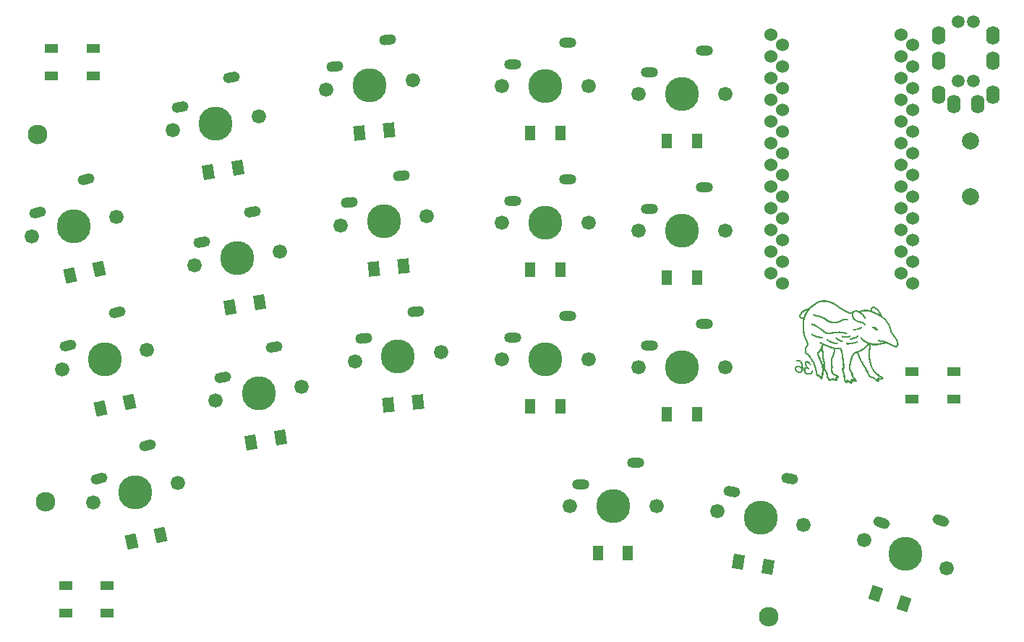
<source format=gbr>
%TF.GenerationSoftware,KiCad,Pcbnew,(5.99.0-11661-g1332208ab1)*%
%TF.CreationDate,2021-08-23T15:05:43-04:00*%
%TF.ProjectId,tapir36,74617069-7233-4362-9e6b-696361645f70,rev?*%
%TF.SameCoordinates,Original*%
%TF.FileFunction,Soldermask,Bot*%
%TF.FilePolarity,Negative*%
%FSLAX46Y46*%
G04 Gerber Fmt 4.6, Leading zero omitted, Abs format (unit mm)*
G04 Created by KiCad (PCBNEW (5.99.0-11661-g1332208ab1)) date 2021-08-23 15:05:43*
%MOMM*%
%LPD*%
G01*
G04 APERTURE LIST*
G04 Aperture macros list*
%AMHorizOval*
0 Thick line with rounded ends*
0 $1 width*
0 $2 $3 position (X,Y) of the first rounded end (center of the circle)*
0 $4 $5 position (X,Y) of the second rounded end (center of the circle)*
0 Add line between two ends*
20,1,$1,$2,$3,$4,$5,0*
0 Add two circle primitives to create the rounded ends*
1,1,$1,$2,$3*
1,1,$1,$4,$5*%
%AMRotRect*
0 Rectangle, with rotation*
0 The origin of the aperture is its center*
0 $1 length*
0 $2 width*
0 $3 Rotation angle, in degrees counterclockwise*
0 Add horizontal line*
21,1,$1,$2,0,0,$3*%
G04 Aperture macros list end*
%ADD10C,1.680000*%
%ADD11C,3.980000*%
%ADD12HorizOval,1.200000X0.389748X0.089980X-0.389748X-0.089980X0*%
%ADD13HorizOval,1.200000X0.395075X0.062574X-0.395075X-0.062574X0*%
%ADD14HorizOval,1.200000X0.397809X0.041811X-0.397809X-0.041811X0*%
%ADD15O,2.000000X1.200000*%
%ADD16C,1.500000*%
%ADD17O,1.600000X2.200000*%
%ADD18C,1.524000*%
%ADD19HorizOval,1.200000X0.395075X-0.062574X-0.395075X0.062574X0*%
%ADD20HorizOval,1.200000X0.378207X-0.130227X-0.378207X0.130227X0*%
%ADD21C,2.300000*%
%ADD22C,2.000000*%
%ADD23R,1.500000X1.000000*%
%ADD24RotRect,1.300000X1.700000X13.000000*%
%ADD25RotRect,1.300000X1.700000X9.000000*%
%ADD26RotRect,1.300000X1.700000X6.000000*%
%ADD27R,1.300000X1.700000*%
%ADD28RotRect,1.300000X1.700000X341.000000*%
%ADD29RotRect,1.300000X1.700000X351.000000*%
G04 APERTURE END LIST*
%TO.C,G\u002A\u002A\u002A*%
G36*
X207398582Y-91989213D02*
G01*
X207424490Y-92006798D01*
X207442999Y-92034723D01*
X207449245Y-92053685D01*
X207450737Y-92085628D01*
X207439191Y-92114822D01*
X207414208Y-92141782D01*
X207375387Y-92167028D01*
X207322330Y-92191077D01*
X207258921Y-92215048D01*
X207130712Y-92258787D01*
X206998771Y-92298037D01*
X206866249Y-92332022D01*
X206736298Y-92359964D01*
X206612068Y-92381087D01*
X206496711Y-92394614D01*
X206485721Y-92395497D01*
X206443826Y-92398025D01*
X206395907Y-92399906D01*
X206344547Y-92401137D01*
X206292330Y-92401718D01*
X206241838Y-92401648D01*
X206195652Y-92400924D01*
X206156357Y-92399546D01*
X206126534Y-92397512D01*
X206108766Y-92394820D01*
X206102307Y-92392655D01*
X206077547Y-92379758D01*
X206055651Y-92362626D01*
X206043467Y-92349107D01*
X206033951Y-92330886D01*
X206031497Y-92308070D01*
X206031595Y-92303847D01*
X206035270Y-92277993D01*
X206042610Y-92256178D01*
X206048781Y-92245329D01*
X206056870Y-92235315D01*
X206067694Y-92227541D01*
X206082956Y-92221681D01*
X206104357Y-92217408D01*
X206133600Y-92214397D01*
X206172388Y-92212320D01*
X206222423Y-92210853D01*
X206285408Y-92209669D01*
X206321582Y-92208945D01*
X206396174Y-92206591D01*
X206463456Y-92203273D01*
X206520982Y-92199123D01*
X206566311Y-92194276D01*
X206572843Y-92193390D01*
X206641881Y-92182886D01*
X206715462Y-92169850D01*
X206791860Y-92154728D01*
X206869346Y-92137969D01*
X206946194Y-92120019D01*
X207020677Y-92101327D01*
X207091066Y-92082340D01*
X207155636Y-92063506D01*
X207212659Y-92045272D01*
X207260407Y-92028087D01*
X207297153Y-92012397D01*
X207321171Y-91998650D01*
X207337999Y-91989034D01*
X207368632Y-91982959D01*
X207398582Y-91989213D01*
G37*
G36*
X207459318Y-91355319D02*
G01*
X207482094Y-91374575D01*
X207497394Y-91405869D01*
X207498089Y-91408231D01*
X207501762Y-91427208D01*
X207499543Y-91444687D01*
X207490664Y-91467731D01*
X207488424Y-91472418D01*
X207476361Y-91490602D01*
X207458013Y-91509397D01*
X207432161Y-91529611D01*
X207397586Y-91552050D01*
X207353069Y-91577523D01*
X207297391Y-91606836D01*
X207229333Y-91640797D01*
X207202978Y-91653560D01*
X207101174Y-91700075D01*
X206997480Y-91742818D01*
X206888714Y-91782981D01*
X206771693Y-91821755D01*
X206643236Y-91860334D01*
X206611612Y-91867913D01*
X206570147Y-91871097D01*
X206536999Y-91863417D01*
X206510822Y-91844462D01*
X206490272Y-91813825D01*
X206483329Y-91798004D01*
X206480380Y-91779930D01*
X206484613Y-91759047D01*
X206488007Y-91748913D01*
X206497011Y-91730866D01*
X206510351Y-91715711D01*
X206530017Y-91702228D01*
X206558002Y-91689195D01*
X206596299Y-91675392D01*
X206646899Y-91659598D01*
X206749616Y-91627874D01*
X206863644Y-91590247D01*
X206970303Y-91552404D01*
X207068420Y-91514816D01*
X207156820Y-91477956D01*
X207234327Y-91442294D01*
X207299767Y-91408304D01*
X207351965Y-91376457D01*
X207358386Y-91372255D01*
X207396240Y-91353912D01*
X207430292Y-91348349D01*
X207459318Y-91355319D01*
G37*
G36*
X206525292Y-91358389D02*
G01*
X206552031Y-91375428D01*
X206570796Y-91403751D01*
X206571920Y-91406520D01*
X206577592Y-91430783D01*
X206573929Y-91456774D01*
X206572726Y-91460940D01*
X206558975Y-91488628D01*
X206535359Y-91511074D01*
X206499488Y-91530649D01*
X206482544Y-91537162D01*
X206448732Y-91547770D01*
X206406156Y-91559382D01*
X206358138Y-91571194D01*
X206308001Y-91582400D01*
X206259065Y-91592192D01*
X206214652Y-91599766D01*
X206180219Y-91604105D01*
X206106344Y-91609213D01*
X206023387Y-91610433D01*
X205934606Y-91607889D01*
X205843262Y-91601704D01*
X205752614Y-91592002D01*
X205665922Y-91578907D01*
X205612824Y-91566719D01*
X205572885Y-91550798D01*
X205545321Y-91530450D01*
X205529145Y-91504945D01*
X205523368Y-91473553D01*
X205529035Y-91440060D01*
X205548078Y-91411573D01*
X205580135Y-91389222D01*
X205582068Y-91388266D01*
X205595233Y-91382462D01*
X205607680Y-91379537D01*
X205623195Y-91379418D01*
X205645562Y-91382030D01*
X205678566Y-91387301D01*
X205710176Y-91392332D01*
X205795461Y-91403913D01*
X205881343Y-91412909D01*
X205965342Y-91419196D01*
X206044983Y-91422653D01*
X206117785Y-91423156D01*
X206181273Y-91420583D01*
X206232968Y-91414810D01*
X206294035Y-91404325D01*
X206346528Y-91394246D01*
X206387091Y-91385037D01*
X206417093Y-91376385D01*
X206437903Y-91367977D01*
X206455816Y-91360299D01*
X206492560Y-91353168D01*
X206525292Y-91358389D01*
G37*
G36*
X202106497Y-91114355D02*
G01*
X202123960Y-91118734D01*
X202142389Y-91128795D01*
X202166706Y-91146643D01*
X202196635Y-91168743D01*
X202274890Y-91218544D01*
X202365476Y-91266773D01*
X202466787Y-91312781D01*
X202577216Y-91355920D01*
X202695159Y-91395543D01*
X202819008Y-91431000D01*
X202947159Y-91461644D01*
X202981395Y-91469089D01*
X203033410Y-91480527D01*
X203086725Y-91492365D01*
X203133977Y-91502975D01*
X203174622Y-91511783D01*
X203215891Y-91520043D01*
X203252554Y-91526739D01*
X203279790Y-91530944D01*
X203309577Y-91535942D01*
X203332113Y-91543520D01*
X203347605Y-91554601D01*
X203358698Y-91567936D01*
X203371746Y-91598143D01*
X203372148Y-91629589D01*
X203360199Y-91658946D01*
X203336196Y-91682888D01*
X203331275Y-91685982D01*
X203315242Y-91693233D01*
X203295622Y-91697587D01*
X203270632Y-91698979D01*
X203238491Y-91697345D01*
X203197418Y-91692619D01*
X203145628Y-91684737D01*
X203081342Y-91673634D01*
X203064449Y-91670605D01*
X202983489Y-91655924D01*
X202914860Y-91643136D01*
X202856771Y-91631861D01*
X202807428Y-91621721D01*
X202765040Y-91612337D01*
X202727814Y-91603330D01*
X202693958Y-91594321D01*
X202661679Y-91584932D01*
X202586146Y-91560953D01*
X202493151Y-91528225D01*
X202404944Y-91493653D01*
X202322578Y-91457813D01*
X202247107Y-91421286D01*
X202179582Y-91384649D01*
X202121055Y-91348481D01*
X202072580Y-91313361D01*
X202035209Y-91279867D01*
X202009995Y-91248578D01*
X201997989Y-91220073D01*
X201996733Y-91195432D01*
X202005842Y-91163454D01*
X202025770Y-91137431D01*
X202054314Y-91119932D01*
X202089273Y-91113528D01*
X202106497Y-91114355D01*
G37*
G36*
X201477418Y-94318502D02*
G01*
X201538341Y-94332730D01*
X201606101Y-94359629D01*
X201652469Y-94383959D01*
X201708024Y-94419330D01*
X201763740Y-94460683D01*
X201817728Y-94506208D01*
X201868104Y-94554099D01*
X201912981Y-94602547D01*
X201950473Y-94649744D01*
X201978694Y-94693882D01*
X201995757Y-94733152D01*
X201999187Y-94751308D01*
X201995980Y-94781972D01*
X201982899Y-94808919D01*
X201962406Y-94830468D01*
X201936961Y-94844935D01*
X201909026Y-94850638D01*
X201881061Y-94845895D01*
X201855527Y-94829023D01*
X201839621Y-94806954D01*
X201829478Y-94779571D01*
X201826774Y-94769115D01*
X201819632Y-94754293D01*
X201806904Y-94736857D01*
X201786794Y-94714442D01*
X201757508Y-94684680D01*
X201731115Y-94659489D01*
X201674473Y-94611499D01*
X201617013Y-94570307D01*
X201560941Y-94537281D01*
X201508463Y-94513790D01*
X201461784Y-94501203D01*
X201450444Y-94499558D01*
X201435824Y-94499582D01*
X201427394Y-94506366D01*
X201419658Y-94522714D01*
X201414719Y-94537277D01*
X201408830Y-94579788D01*
X201411318Y-94630092D01*
X201421747Y-94685510D01*
X201439685Y-94743362D01*
X201464697Y-94800968D01*
X201477056Y-94824880D01*
X201499223Y-94864177D01*
X201524303Y-94903885D01*
X201554052Y-94946595D01*
X201590226Y-94994894D01*
X201634582Y-95051370D01*
X201643439Y-95062541D01*
X201674664Y-95103346D01*
X201699222Y-95137858D01*
X201716063Y-95164548D01*
X201724139Y-95181888D01*
X201726891Y-95195041D01*
X201725349Y-95229585D01*
X201711301Y-95258907D01*
X201686207Y-95280772D01*
X201651527Y-95292948D01*
X201637775Y-95294460D01*
X201622500Y-95293613D01*
X201604236Y-95289459D01*
X201580428Y-95281236D01*
X201548523Y-95268183D01*
X201505969Y-95249538D01*
X201453054Y-95228435D01*
X201403154Y-95214656D01*
X201362954Y-95211123D01*
X201332783Y-95217895D01*
X201317718Y-95226898D01*
X201300213Y-95245840D01*
X201288761Y-95272827D01*
X201282617Y-95309893D01*
X201281036Y-95359072D01*
X201282376Y-95393870D01*
X201292424Y-95467247D01*
X201311553Y-95535108D01*
X201338928Y-95595793D01*
X201373711Y-95647645D01*
X201415068Y-95689005D01*
X201462160Y-95718214D01*
X201505261Y-95733891D01*
X201558037Y-95744717D01*
X201620175Y-95749838D01*
X201693860Y-95749549D01*
X201734970Y-95747692D01*
X201765195Y-95745159D01*
X201788247Y-95741329D01*
X201807868Y-95735581D01*
X201827798Y-95727292D01*
X201876380Y-95699016D01*
X201925842Y-95654693D01*
X201967835Y-95598383D01*
X202001798Y-95530717D01*
X202007959Y-95515951D01*
X202022797Y-95485034D01*
X202036933Y-95464575D01*
X202052558Y-95451867D01*
X202071863Y-95444206D01*
X202096302Y-95440306D01*
X202127614Y-95446272D01*
X202155857Y-95466359D01*
X202162143Y-95473421D01*
X202177541Y-95504099D01*
X202181754Y-95541741D01*
X202175238Y-95584962D01*
X202158448Y-95632374D01*
X202131838Y-95682591D01*
X202095864Y-95734226D01*
X202050981Y-95785895D01*
X202000801Y-95832435D01*
X201937320Y-95875953D01*
X201868251Y-95907094D01*
X201791395Y-95927055D01*
X201782014Y-95928266D01*
X201755925Y-95929966D01*
X201720567Y-95931042D01*
X201679371Y-95931407D01*
X201635765Y-95930975D01*
X201607774Y-95930342D01*
X201565531Y-95928806D01*
X201532603Y-95926462D01*
X201505528Y-95922921D01*
X201480844Y-95917795D01*
X201455090Y-95910696D01*
X201432012Y-95903169D01*
X201358062Y-95869530D01*
X201292524Y-95824008D01*
X201235594Y-95766827D01*
X201187470Y-95698213D01*
X201148348Y-95618387D01*
X201118425Y-95527575D01*
X201108199Y-95479597D01*
X201100737Y-95422834D01*
X201097216Y-95365103D01*
X201097726Y-95310146D01*
X201102357Y-95261710D01*
X201111196Y-95223537D01*
X201113154Y-95217998D01*
X201141703Y-95157379D01*
X201179218Y-95107411D01*
X201224866Y-95068813D01*
X201277812Y-95042304D01*
X201337222Y-95028603D01*
X201355607Y-95026324D01*
X201372736Y-95023671D01*
X201379348Y-95021868D01*
X201379254Y-95021553D01*
X201374704Y-95013147D01*
X201364677Y-94995997D01*
X201351062Y-94973340D01*
X201309388Y-94899225D01*
X201269505Y-94810994D01*
X201242734Y-94726480D01*
X201228790Y-94644748D01*
X201227392Y-94564866D01*
X201233053Y-94513815D01*
X201246821Y-94461477D01*
X201269261Y-94416832D01*
X201301543Y-94376909D01*
X201329872Y-94352170D01*
X201373762Y-94328189D01*
X201422751Y-94316977D01*
X201477418Y-94318502D01*
G37*
G36*
X212193290Y-92413932D02*
G01*
X212186453Y-92440428D01*
X212160008Y-92519102D01*
X212127119Y-92587898D01*
X212088460Y-92646053D01*
X212044707Y-92692805D01*
X211996535Y-92727390D01*
X211944620Y-92749045D01*
X211889637Y-92757008D01*
X211887943Y-92757026D01*
X211839350Y-92751945D01*
X211781388Y-92736343D01*
X211714647Y-92710413D01*
X211639717Y-92674352D01*
X211609100Y-92658765D01*
X211572529Y-92640945D01*
X211539693Y-92625736D01*
X211515171Y-92615309D01*
X211511376Y-92613802D01*
X211481891Y-92600719D01*
X211447607Y-92583804D01*
X211415186Y-92566322D01*
X211410940Y-92563923D01*
X211377322Y-92545963D01*
X211342400Y-92528738D01*
X211313089Y-92515678D01*
X211305825Y-92512569D01*
X211279004Y-92499801D01*
X211244593Y-92482170D01*
X211206254Y-92461584D01*
X211167646Y-92439947D01*
X211124489Y-92415282D01*
X211084663Y-92392957D01*
X211052891Y-92375991D01*
X211026723Y-92363289D01*
X211003709Y-92353754D01*
X210981398Y-92346288D01*
X210957340Y-92339795D01*
X210929083Y-92333179D01*
X210916015Y-92330252D01*
X210876166Y-92321869D01*
X210841381Y-92315866D01*
X210808382Y-92312039D01*
X210773889Y-92310181D01*
X210734625Y-92310087D01*
X210687310Y-92311553D01*
X210628667Y-92314374D01*
X210611947Y-92315266D01*
X210561750Y-92318284D01*
X210521992Y-92321467D01*
X210489402Y-92325253D01*
X210460706Y-92330076D01*
X210432631Y-92336372D01*
X210401906Y-92344578D01*
X210401492Y-92344694D01*
X210363862Y-92354842D01*
X210314885Y-92367439D01*
X210257483Y-92381785D01*
X210194577Y-92397177D01*
X210129088Y-92412912D01*
X210063939Y-92428290D01*
X210002050Y-92442607D01*
X209946343Y-92455163D01*
X209899740Y-92465254D01*
X209887177Y-92467871D01*
X209838219Y-92477513D01*
X209793685Y-92485080D01*
X209750396Y-92490894D01*
X209705173Y-92495276D01*
X209654836Y-92498548D01*
X209596205Y-92501031D01*
X209526103Y-92503047D01*
X209517825Y-92503243D01*
X209424935Y-92504117D01*
X209342597Y-92502002D01*
X209267243Y-92496552D01*
X209195302Y-92487424D01*
X209123205Y-92474270D01*
X209047383Y-92456748D01*
X209034368Y-92453466D01*
X208998451Y-92444293D01*
X208968172Y-92436395D01*
X208946392Y-92430522D01*
X208935972Y-92427428D01*
X208932362Y-92427589D01*
X208929610Y-92433668D01*
X208928455Y-92448129D01*
X208928758Y-92473046D01*
X208930378Y-92510494D01*
X208931467Y-92545433D01*
X208931125Y-92610740D01*
X208928385Y-92687760D01*
X208923348Y-92774841D01*
X208916116Y-92870329D01*
X208906790Y-92972571D01*
X208895472Y-93079915D01*
X208893638Y-93096407D01*
X208877669Y-93259496D01*
X208867150Y-93411318D01*
X208862184Y-93554041D01*
X208862872Y-93689834D01*
X208869317Y-93820864D01*
X208881619Y-93949301D01*
X208899881Y-94077311D01*
X208924205Y-94207064D01*
X208954692Y-94340727D01*
X208969838Y-94399607D01*
X208989288Y-94470650D01*
X209011246Y-94547311D01*
X209034712Y-94626282D01*
X209058684Y-94704256D01*
X209082162Y-94777924D01*
X209104144Y-94843978D01*
X209123631Y-94899111D01*
X209130195Y-94916431D01*
X209151599Y-94968768D01*
X209177558Y-95027775D01*
X209206652Y-95090552D01*
X209237459Y-95154200D01*
X209268557Y-95215821D01*
X209298526Y-95272516D01*
X209325943Y-95321385D01*
X209349386Y-95359531D01*
X209354503Y-95366996D01*
X209376049Y-95395502D01*
X209405377Y-95431489D01*
X209440548Y-95472801D01*
X209479627Y-95517280D01*
X209520674Y-95562770D01*
X209561753Y-95607114D01*
X209600926Y-95648156D01*
X209636254Y-95683739D01*
X209665801Y-95711707D01*
X209669382Y-95714903D01*
X209699487Y-95740308D01*
X209739298Y-95772085D01*
X209786686Y-95808671D01*
X209839519Y-95848501D01*
X209895665Y-95890012D01*
X209952993Y-95931640D01*
X210009372Y-95971821D01*
X210062670Y-96008993D01*
X210110757Y-96041591D01*
X210151501Y-96068051D01*
X210210094Y-96105092D01*
X210258696Y-96136378D01*
X210297486Y-96162235D01*
X210327843Y-96183742D01*
X210351144Y-96201981D01*
X210368770Y-96218031D01*
X210382100Y-96232974D01*
X210392511Y-96247890D01*
X210401383Y-96263860D01*
X210418593Y-96308955D01*
X210422043Y-96340785D01*
X210423688Y-96355958D01*
X210414796Y-96399904D01*
X210392222Y-96440011D01*
X210356270Y-96475499D01*
X210307243Y-96505587D01*
X210294248Y-96511809D01*
X210263013Y-96525023D01*
X210234152Y-96533549D01*
X210204954Y-96537390D01*
X210172708Y-96536549D01*
X210134705Y-96531031D01*
X210088234Y-96520839D01*
X210030583Y-96505978D01*
X209998785Y-96497540D01*
X209970972Y-96490333D01*
X209951389Y-96485454D01*
X209942992Y-96483657D01*
X209942394Y-96487238D01*
X209945394Y-96501202D01*
X209951910Y-96522109D01*
X209961427Y-96560026D01*
X209965343Y-96606150D01*
X209961704Y-96649871D01*
X209950554Y-96686088D01*
X209937761Y-96705930D01*
X209910344Y-96732932D01*
X209877040Y-96754417D01*
X209843014Y-96766523D01*
X209829853Y-96768392D01*
X209784042Y-96768087D01*
X209735773Y-96759293D01*
X209691430Y-96743003D01*
X209673063Y-96733081D01*
X209644317Y-96714436D01*
X209610665Y-96689214D01*
X209570826Y-96656390D01*
X209523517Y-96614939D01*
X209467457Y-96563834D01*
X209445932Y-96544220D01*
X209391553Y-96497058D01*
X209338234Y-96454009D01*
X209288185Y-96416747D01*
X209243614Y-96386945D01*
X209206728Y-96366275D01*
X209180029Y-96355433D01*
X209142985Y-96344025D01*
X209107825Y-96336406D01*
X209053238Y-96326926D01*
X208985653Y-96310874D01*
X208928298Y-96290660D01*
X208878631Y-96264891D01*
X208834112Y-96232174D01*
X208792202Y-96191114D01*
X208750360Y-96140319D01*
X208744444Y-96132494D01*
X208724307Y-96105075D01*
X208705110Y-96077397D01*
X208686045Y-96048022D01*
X208666304Y-96015510D01*
X208645078Y-95978423D01*
X208621559Y-95935320D01*
X208594938Y-95884763D01*
X208564406Y-95825313D01*
X208529155Y-95755529D01*
X208488376Y-95673973D01*
X208470928Y-95638978D01*
X208421493Y-95540101D01*
X208377215Y-95452116D01*
X208337148Y-95373302D01*
X208300351Y-95301935D01*
X208265880Y-95236295D01*
X208232791Y-95174660D01*
X208200141Y-95115307D01*
X208166988Y-95056515D01*
X208132387Y-94996562D01*
X208095395Y-94933726D01*
X208055069Y-94866285D01*
X208010465Y-94792517D01*
X207960641Y-94710701D01*
X207943733Y-94682928D01*
X207886361Y-94587538D01*
X207832015Y-94495415D01*
X207781540Y-94408048D01*
X207735779Y-94326931D01*
X207695578Y-94253554D01*
X207661780Y-94189410D01*
X207635231Y-94135988D01*
X207632841Y-94130904D01*
X207616551Y-94093797D01*
X207598250Y-94048815D01*
X207580009Y-94001177D01*
X207563897Y-93956101D01*
X207540611Y-93888549D01*
X207515026Y-93815680D01*
X207489371Y-93743874D01*
X207464181Y-93674554D01*
X207439993Y-93609141D01*
X207417343Y-93549057D01*
X207396768Y-93495723D01*
X207378804Y-93450562D01*
X207363987Y-93414995D01*
X207352854Y-93390443D01*
X207345940Y-93378329D01*
X207343965Y-93377870D01*
X207330839Y-93380173D01*
X207308131Y-93386481D01*
X207278699Y-93395860D01*
X207245398Y-93407376D01*
X207211085Y-93420093D01*
X207178617Y-93433078D01*
X207150745Y-93445631D01*
X207112315Y-93467674D01*
X207082470Y-93492381D01*
X207057564Y-93518896D01*
X207004661Y-93585840D01*
X206953440Y-93664776D01*
X206904774Y-93753891D01*
X206859538Y-93851372D01*
X206818604Y-93955407D01*
X206782846Y-94064183D01*
X206753137Y-94175887D01*
X206745890Y-94206444D01*
X206735293Y-94250504D01*
X206723034Y-94301008D01*
X206710110Y-94353850D01*
X206697517Y-94404925D01*
X206676182Y-94492109D01*
X206653114Y-94589542D01*
X206634226Y-94673410D01*
X206619541Y-94743602D01*
X206609084Y-94800005D01*
X206602880Y-94842506D01*
X206599953Y-94875441D01*
X206597436Y-94924736D01*
X206596092Y-94980420D01*
X206595893Y-95038989D01*
X206596810Y-95096945D01*
X206598816Y-95150785D01*
X206601883Y-95197009D01*
X206605983Y-95232116D01*
X206607190Y-95239028D01*
X206621321Y-95293412D01*
X206644282Y-95355232D01*
X206674787Y-95421869D01*
X206711551Y-95490704D01*
X206753287Y-95559119D01*
X206798708Y-95624495D01*
X206806056Y-95634521D01*
X206836546Y-95681275D01*
X206857896Y-95725956D01*
X206872328Y-95774071D01*
X206882062Y-95831122D01*
X206882328Y-95833215D01*
X206886410Y-95878094D01*
X206886220Y-95919811D01*
X206881738Y-95966948D01*
X206881549Y-95968451D01*
X206878414Y-95997070D01*
X206877408Y-96021750D01*
X206879453Y-96044073D01*
X206885470Y-96065622D01*
X206896380Y-96087980D01*
X206913103Y-96112727D01*
X206936562Y-96141447D01*
X206967677Y-96175723D01*
X207007369Y-96217135D01*
X207056560Y-96267267D01*
X207059118Y-96269862D01*
X207110450Y-96322516D01*
X207152449Y-96367051D01*
X207186472Y-96405226D01*
X207213877Y-96438795D01*
X207236021Y-96469516D01*
X207254263Y-96499146D01*
X207269960Y-96529442D01*
X207284469Y-96562159D01*
X207294490Y-96587472D01*
X207302319Y-96613093D01*
X207305351Y-96635692D01*
X207304738Y-96660882D01*
X207304651Y-96662033D01*
X207294555Y-96705703D01*
X207273053Y-96743273D01*
X207242296Y-96772671D01*
X207204432Y-96791828D01*
X207161614Y-96798674D01*
X207159783Y-96798664D01*
X207127639Y-96795499D01*
X207091525Y-96786230D01*
X207049970Y-96770218D01*
X207001503Y-96746823D01*
X206944655Y-96715406D01*
X206877956Y-96675328D01*
X206850155Y-96658370D01*
X206825344Y-96643727D01*
X206807611Y-96633816D01*
X206799618Y-96630171D01*
X206799229Y-96630549D01*
X206797496Y-96640555D01*
X206795797Y-96662535D01*
X206794241Y-96694311D01*
X206792942Y-96733701D01*
X206792011Y-96778526D01*
X206791770Y-96794096D01*
X206790906Y-96840928D01*
X206789854Y-96875911D01*
X206788379Y-96901232D01*
X206786244Y-96919080D01*
X206783211Y-96931642D01*
X206779045Y-96941108D01*
X206773509Y-96949665D01*
X206772776Y-96950672D01*
X206754385Y-96969736D01*
X206733215Y-96984297D01*
X206714846Y-96990958D01*
X206676852Y-96995748D01*
X206634313Y-96992465D01*
X206591991Y-96981214D01*
X206574020Y-96972957D01*
X206545080Y-96956672D01*
X206512333Y-96935939D01*
X206479991Y-96913311D01*
X206453513Y-96893858D01*
X206422941Y-96871673D01*
X206396617Y-96852856D01*
X206378290Y-96840104D01*
X206376667Y-96838996D01*
X206355227Y-96822971D01*
X206328969Y-96801599D01*
X206303201Y-96779187D01*
X206299590Y-96775921D01*
X206278026Y-96757060D01*
X206264540Y-96748629D01*
X206256663Y-96751171D01*
X206251924Y-96765230D01*
X206247852Y-96791347D01*
X206240385Y-96823470D01*
X206220543Y-96863308D01*
X206191425Y-96893491D01*
X206154519Y-96912624D01*
X206111315Y-96919312D01*
X206098489Y-96918802D01*
X206065099Y-96911440D01*
X206034164Y-96894212D01*
X206003582Y-96865694D01*
X205971248Y-96824463D01*
X205965197Y-96815830D01*
X205906092Y-96724283D01*
X205858822Y-96636594D01*
X205823820Y-96553645D01*
X205801515Y-96476320D01*
X205799735Y-96467614D01*
X205792627Y-96427204D01*
X205784925Y-96375958D01*
X205776980Y-96316850D01*
X205769145Y-96252854D01*
X205761772Y-96186941D01*
X205755214Y-96122086D01*
X205749822Y-96061262D01*
X205745950Y-96007442D01*
X205745420Y-95998822D01*
X205741819Y-95948081D01*
X205737474Y-95906080D01*
X205731536Y-95869123D01*
X205723157Y-95833512D01*
X205711490Y-95795550D01*
X205695685Y-95751542D01*
X205674894Y-95697789D01*
X205673849Y-95695124D01*
X205656056Y-95647073D01*
X205637758Y-95593394D01*
X205621049Y-95540450D01*
X205608023Y-95494607D01*
X205603594Y-95477475D01*
X205594055Y-95438016D01*
X205587783Y-95405451D01*
X205584077Y-95374546D01*
X205582240Y-95340073D01*
X205581571Y-95296799D01*
X205581473Y-95270347D01*
X205581863Y-95236725D01*
X205583274Y-95212710D01*
X205586089Y-95195167D01*
X205590692Y-95180960D01*
X205597468Y-95166953D01*
X205604088Y-95156325D01*
X205623910Y-95132328D01*
X205646355Y-95112007D01*
X205647771Y-95110953D01*
X205666409Y-95095916D01*
X205679816Y-95081159D01*
X205688534Y-95064216D01*
X205693104Y-95042620D01*
X205694065Y-95013906D01*
X205691961Y-94975606D01*
X205687331Y-94925256D01*
X205687329Y-94925237D01*
X205683934Y-94889305D01*
X205679983Y-94844478D01*
X205675967Y-94796470D01*
X205672375Y-94750995D01*
X205670145Y-94723229D01*
X205664128Y-94656736D01*
X205656533Y-94580741D01*
X205647747Y-94498608D01*
X205638152Y-94413701D01*
X205628136Y-94329384D01*
X205618083Y-94249021D01*
X205608377Y-94175977D01*
X205599405Y-94113614D01*
X205593949Y-94076290D01*
X205585497Y-94014371D01*
X205576970Y-93947813D01*
X205569113Y-93882478D01*
X205562669Y-93824229D01*
X205558458Y-93785130D01*
X205540673Y-93643552D01*
X205519947Y-93511150D01*
X205496484Y-93388820D01*
X205470488Y-93277457D01*
X205442162Y-93177957D01*
X205411711Y-93091217D01*
X205379338Y-93018132D01*
X205364006Y-92992888D01*
X205345943Y-92972679D01*
X205328711Y-92961928D01*
X205314690Y-92962679D01*
X205304295Y-92965826D01*
X205280299Y-92969006D01*
X205245779Y-92971576D01*
X205202969Y-92973533D01*
X205154106Y-92974875D01*
X205101425Y-92975599D01*
X205047160Y-92975704D01*
X204993548Y-92975186D01*
X204942824Y-92974045D01*
X204897223Y-92972276D01*
X204858981Y-92969879D01*
X204830332Y-92966851D01*
X204813513Y-92963189D01*
X204808073Y-92961791D01*
X204803309Y-92965090D01*
X204801158Y-92977216D01*
X204800632Y-93001077D01*
X204798571Y-93051605D01*
X204792064Y-93117048D01*
X204781440Y-93191117D01*
X204767038Y-93271099D01*
X204765820Y-93277254D01*
X204748087Y-93361851D01*
X204729830Y-93438111D01*
X204710012Y-93508996D01*
X204687590Y-93577469D01*
X204661526Y-93646493D01*
X204630781Y-93719031D01*
X204594313Y-93798046D01*
X204551084Y-93886502D01*
X204530917Y-93927099D01*
X204502343Y-93985653D01*
X204479704Y-94034131D01*
X204462440Y-94074339D01*
X204449991Y-94108085D01*
X204441794Y-94137175D01*
X204437288Y-94163413D01*
X204435914Y-94188607D01*
X204437108Y-94214562D01*
X204440312Y-94243084D01*
X204447618Y-94300002D01*
X204460303Y-94407682D01*
X204471556Y-94515073D01*
X204481255Y-94620403D01*
X204489278Y-94721904D01*
X204495503Y-94817803D01*
X204499808Y-94906330D01*
X204502073Y-94985716D01*
X204502173Y-95054190D01*
X204499989Y-95109980D01*
X204494883Y-95207770D01*
X204493332Y-95306241D01*
X204495689Y-95397417D01*
X204501817Y-95480291D01*
X204511581Y-95553853D01*
X204524845Y-95617097D01*
X204541473Y-95669013D01*
X204561328Y-95708594D01*
X204584275Y-95734832D01*
X204593143Y-95740477D01*
X204614139Y-95752259D01*
X204644623Y-95768571D01*
X204682609Y-95788366D01*
X204726106Y-95810600D01*
X204773129Y-95834224D01*
X204789069Y-95842177D01*
X204867879Y-95881897D01*
X204939649Y-95918743D01*
X205003342Y-95952158D01*
X205057919Y-95981583D01*
X205102343Y-96006462D01*
X205135576Y-96026235D01*
X205156581Y-96040346D01*
X205167249Y-96049590D01*
X205192902Y-96080816D01*
X205214004Y-96118830D01*
X205227173Y-96157999D01*
X205228197Y-96167101D01*
X205229714Y-96180581D01*
X205224684Y-96222942D01*
X205208722Y-96264888D01*
X205183194Y-96301943D01*
X205158330Y-96324504D01*
X205124553Y-96345993D01*
X205089504Y-96360797D01*
X205058157Y-96366355D01*
X205045609Y-96366910D01*
X205037616Y-96370507D01*
X205039047Y-96379248D01*
X205041480Y-96385922D01*
X205047754Y-96405414D01*
X205056130Y-96432922D01*
X205065473Y-96464776D01*
X205068880Y-96476892D01*
X205081427Y-96531225D01*
X205086071Y-96575575D01*
X205082669Y-96611997D01*
X205071076Y-96642549D01*
X205051149Y-96669287D01*
X205036140Y-96683403D01*
X204999112Y-96705477D01*
X204956900Y-96714215D01*
X204908498Y-96709903D01*
X204898215Y-96706902D01*
X204873321Y-96697387D01*
X204839058Y-96682734D01*
X204797611Y-96663918D01*
X204751163Y-96641913D01*
X204701896Y-96617693D01*
X204660805Y-96597138D01*
X204613024Y-96573694D01*
X204574577Y-96556209D01*
X204543236Y-96544401D01*
X204516767Y-96537990D01*
X204492941Y-96536693D01*
X204469525Y-96540230D01*
X204444290Y-96548320D01*
X204415003Y-96560681D01*
X204379434Y-96577031D01*
X204350202Y-96590230D01*
X204276885Y-96619881D01*
X204213741Y-96639783D01*
X204160301Y-96650037D01*
X204116096Y-96650746D01*
X204080656Y-96642013D01*
X204071935Y-96637414D01*
X204050724Y-96622249D01*
X204030363Y-96603550D01*
X204027946Y-96600907D01*
X204011280Y-96580372D01*
X203989120Y-96550474D01*
X203963234Y-96513861D01*
X203935390Y-96473184D01*
X203907357Y-96431089D01*
X203880903Y-96390225D01*
X203857796Y-96353241D01*
X203839805Y-96322785D01*
X203828697Y-96301506D01*
X203817257Y-96273725D01*
X203796076Y-96209238D01*
X203778018Y-96136108D01*
X203764133Y-96058285D01*
X203759783Y-96029483D01*
X203736187Y-95903579D01*
X203706396Y-95788889D01*
X203669623Y-95683377D01*
X203625077Y-95585010D01*
X203571972Y-95491754D01*
X203509518Y-95401575D01*
X203495551Y-95381897D01*
X203474677Y-95349483D01*
X203456851Y-95318700D01*
X203432920Y-95273909D01*
X203428490Y-95466678D01*
X203425785Y-95553566D01*
X203419422Y-95677802D01*
X203410368Y-95797534D01*
X203398815Y-95911499D01*
X203384950Y-96018434D01*
X203368966Y-96117077D01*
X203351050Y-96206164D01*
X203331394Y-96284434D01*
X203310187Y-96350624D01*
X203287619Y-96403470D01*
X203267854Y-96434219D01*
X203241463Y-96462637D01*
X203212840Y-96484021D01*
X203185698Y-96495037D01*
X203161109Y-96498034D01*
X203136758Y-96496261D01*
X203113943Y-96488075D01*
X203091372Y-96472333D01*
X203067754Y-96447893D01*
X203041798Y-96413610D01*
X203012213Y-96368343D01*
X202977706Y-96310949D01*
X202957487Y-96276767D01*
X202935555Y-96240437D01*
X202916284Y-96209289D01*
X202901227Y-96185826D01*
X202891936Y-96172554D01*
X202874522Y-96150847D01*
X202839410Y-96163432D01*
X202797225Y-96174021D01*
X202753207Y-96173289D01*
X202712040Y-96158903D01*
X202691070Y-96145650D01*
X202668159Y-96124338D01*
X202646472Y-96095222D01*
X202624452Y-96056157D01*
X202600545Y-96004994D01*
X202584398Y-95967310D01*
X202563190Y-95914224D01*
X202544694Y-95862359D01*
X202528170Y-95809086D01*
X202512881Y-95751775D01*
X202498090Y-95687800D01*
X202483058Y-95614530D01*
X202467048Y-95529338D01*
X202457100Y-95475349D01*
X202440655Y-95390091D01*
X202424853Y-95314572D01*
X202408881Y-95245742D01*
X202391926Y-95180549D01*
X202373173Y-95115941D01*
X202351811Y-95048867D01*
X202327025Y-94976276D01*
X202298002Y-94895116D01*
X202273452Y-94829174D01*
X202213373Y-94680140D01*
X202150174Y-94539585D01*
X202084811Y-94409567D01*
X202018236Y-94292142D01*
X202005338Y-94270914D01*
X201966814Y-94208408D01*
X201929161Y-94148565D01*
X201893675Y-94093386D01*
X201861654Y-94044874D01*
X201834396Y-94005029D01*
X201813199Y-93975854D01*
X201792940Y-93948689D01*
X201772716Y-93920418D01*
X201757155Y-93897491D01*
X201750334Y-93887118D01*
X201726396Y-93852633D01*
X201698781Y-93815036D01*
X201669495Y-93776850D01*
X201640540Y-93740604D01*
X201613921Y-93708822D01*
X201591641Y-93684031D01*
X201575704Y-93668757D01*
X201560356Y-93657104D01*
X201534016Y-93638179D01*
X201502593Y-93616356D01*
X201470003Y-93594390D01*
X201412275Y-93552988D01*
X201358009Y-93505254D01*
X201313526Y-93454056D01*
X201277469Y-93397217D01*
X201248484Y-93332562D01*
X201225216Y-93257918D01*
X201206309Y-93171108D01*
X201202553Y-93147264D01*
X201197225Y-93094050D01*
X201194559Y-93035882D01*
X201194609Y-92977591D01*
X201197428Y-92924007D01*
X201203071Y-92879960D01*
X201210051Y-92847162D01*
X201228344Y-92785558D01*
X201253769Y-92725728D01*
X201287611Y-92665227D01*
X201331154Y-92601610D01*
X201385684Y-92532432D01*
X201409952Y-92502973D01*
X201433031Y-92473543D01*
X201448917Y-92450159D01*
X201458947Y-92430011D01*
X201464458Y-92410289D01*
X201466784Y-92388185D01*
X201467262Y-92360888D01*
X201466502Y-92330638D01*
X201463477Y-92300404D01*
X201457383Y-92270246D01*
X201447426Y-92237581D01*
X201432807Y-92199823D01*
X201412730Y-92154390D01*
X201386397Y-92098697D01*
X201313409Y-91942397D01*
X201241420Y-91775909D01*
X201179413Y-91617505D01*
X201127031Y-91466146D01*
X201083917Y-91320791D01*
X201049712Y-91180398D01*
X201024059Y-91043929D01*
X201022840Y-91036288D01*
X201014278Y-90982885D01*
X201004792Y-90924091D01*
X200995454Y-90866528D01*
X200987334Y-90816816D01*
X200982159Y-90783384D01*
X200971494Y-90701467D01*
X200962053Y-90611281D01*
X200954099Y-90516601D01*
X200947893Y-90421201D01*
X200943698Y-90328859D01*
X200941774Y-90243348D01*
X200942188Y-90192466D01*
X201132439Y-90192466D01*
X201132786Y-90268944D01*
X201136234Y-90356474D01*
X201142492Y-90452608D01*
X201151273Y-90554897D01*
X201162285Y-90660893D01*
X201175239Y-90768146D01*
X201189845Y-90874208D01*
X201205815Y-90976630D01*
X201222858Y-91072963D01*
X201240684Y-91160759D01*
X201259005Y-91237568D01*
X201266785Y-91266565D01*
X201306068Y-91397791D01*
X201353788Y-91536620D01*
X201408905Y-91680316D01*
X201470385Y-91826145D01*
X201537188Y-91971369D01*
X201548111Y-91994290D01*
X201570472Y-92042209D01*
X201591176Y-92087836D01*
X201609020Y-92128458D01*
X201622802Y-92161361D01*
X201631319Y-92183830D01*
X201638896Y-92208416D01*
X201654086Y-92278585D01*
X201660606Y-92348609D01*
X201657842Y-92413159D01*
X201655869Y-92427765D01*
X201650060Y-92460394D01*
X201641960Y-92489556D01*
X201630303Y-92517628D01*
X201613820Y-92546991D01*
X201591243Y-92580022D01*
X201561304Y-92619100D01*
X201522736Y-92666604D01*
X201506550Y-92686453D01*
X201472197Y-92730970D01*
X201446124Y-92769427D01*
X201426655Y-92804723D01*
X201412116Y-92839756D01*
X201400830Y-92877424D01*
X201392320Y-92920969D01*
X201386662Y-92991106D01*
X201388418Y-93066635D01*
X201397249Y-93143495D01*
X201412819Y-93217623D01*
X201434787Y-93284960D01*
X201447588Y-93312866D01*
X201464400Y-93339660D01*
X201486358Y-93365223D01*
X201515430Y-93391540D01*
X201553586Y-93420598D01*
X201602797Y-93454384D01*
X201606990Y-93457186D01*
X201643694Y-93482935D01*
X201679851Y-93510189D01*
X201711498Y-93535864D01*
X201734669Y-93556880D01*
X201755210Y-93578799D01*
X201790134Y-93620123D01*
X201830322Y-93671414D01*
X201874669Y-93731003D01*
X201922067Y-93797218D01*
X201971411Y-93868389D01*
X202021595Y-93942845D01*
X202071511Y-94018917D01*
X202120054Y-94094933D01*
X202166117Y-94169223D01*
X202208595Y-94240117D01*
X202246380Y-94305944D01*
X202278367Y-94365034D01*
X202303448Y-94415716D01*
X202344029Y-94504642D01*
X202401215Y-94635613D01*
X202451372Y-94758697D01*
X202495328Y-94876413D01*
X202533910Y-94991279D01*
X202567947Y-95105815D01*
X202598269Y-95222539D01*
X202625702Y-95343971D01*
X202651077Y-95472628D01*
X202657651Y-95508054D01*
X202666900Y-95557485D01*
X202675339Y-95602130D01*
X202682509Y-95639584D01*
X202687952Y-95667438D01*
X202691210Y-95683288D01*
X202692516Y-95688970D01*
X202703417Y-95729541D01*
X202718304Y-95777460D01*
X202735429Y-95827578D01*
X202753045Y-95874743D01*
X202769406Y-95913806D01*
X202780845Y-95938559D01*
X202789852Y-95955747D01*
X202796550Y-95963537D01*
X202802861Y-95964051D01*
X202810708Y-95959414D01*
X202814766Y-95956681D01*
X202851668Y-95941035D01*
X202891115Y-95938687D01*
X202930415Y-95949403D01*
X202966877Y-95972951D01*
X202987613Y-95993180D01*
X203018012Y-96027828D01*
X203050577Y-96069406D01*
X203082696Y-96114544D01*
X203111756Y-96159873D01*
X203111893Y-96160100D01*
X203127301Y-96185603D01*
X203138489Y-96201949D01*
X203146686Y-96208280D01*
X203153120Y-96203737D01*
X203159020Y-96187460D01*
X203165614Y-96158592D01*
X203174132Y-96116274D01*
X203187413Y-96044360D01*
X203208289Y-95898904D01*
X203223455Y-95742837D01*
X203232740Y-95578114D01*
X203235973Y-95406692D01*
X203235702Y-95349516D01*
X203232836Y-95236005D01*
X203226616Y-95133254D01*
X203216755Y-95038810D01*
X203202963Y-94950219D01*
X203184954Y-94865026D01*
X203162438Y-94780777D01*
X203161497Y-94777601D01*
X203147199Y-94733053D01*
X203127628Y-94677095D01*
X203103503Y-94611510D01*
X203075542Y-94538080D01*
X203044465Y-94458590D01*
X203010991Y-94374821D01*
X202975838Y-94288557D01*
X202939727Y-94201581D01*
X202903375Y-94115676D01*
X202867503Y-94032625D01*
X202832829Y-93954211D01*
X202800072Y-93882217D01*
X202772655Y-93821803D01*
X202735471Y-93734468D01*
X202706238Y-93657559D01*
X202684737Y-93590068D01*
X202670745Y-93530986D01*
X202664042Y-93479302D01*
X202664279Y-93450005D01*
X202851918Y-93450005D01*
X202851968Y-93450913D01*
X202853726Y-93463135D01*
X202857489Y-93484940D01*
X202862569Y-93512299D01*
X202863468Y-93516862D01*
X202871375Y-93549754D01*
X202882836Y-93586834D01*
X202898521Y-93629850D01*
X202919102Y-93680547D01*
X202945248Y-93740673D01*
X202977631Y-93811975D01*
X203019378Y-93903917D01*
X203063263Y-94003467D01*
X203106559Y-94104481D01*
X203148695Y-94205491D01*
X203189102Y-94305027D01*
X203227207Y-94401620D01*
X203262441Y-94493798D01*
X203294234Y-94580094D01*
X203322014Y-94659036D01*
X203345212Y-94729157D01*
X203363256Y-94788984D01*
X203375576Y-94837051D01*
X203379904Y-94857875D01*
X203387046Y-94896086D01*
X203394339Y-94938745D01*
X203400736Y-94979912D01*
X203413282Y-95066023D01*
X203422895Y-94968991D01*
X203423301Y-94964802D01*
X203427780Y-94897802D01*
X203429626Y-94821800D01*
X203428709Y-94741878D01*
X203428122Y-94722534D01*
X203426386Y-94677533D01*
X203424081Y-94641812D01*
X203420694Y-94611431D01*
X203415711Y-94582446D01*
X203408619Y-94550915D01*
X203398906Y-94512893D01*
X203397960Y-94509284D01*
X203387453Y-94467588D01*
X203377683Y-94426186D01*
X203369704Y-94389689D01*
X203364569Y-94362706D01*
X203361859Y-94347682D01*
X203354453Y-94312666D01*
X203345047Y-94272929D01*
X203335027Y-94234497D01*
X203314969Y-94155814D01*
X203297288Y-94071178D01*
X203283215Y-93983566D01*
X203272359Y-93890095D01*
X203264326Y-93787881D01*
X203258724Y-93674041D01*
X203258403Y-93665908D01*
X203255730Y-93613271D01*
X203252011Y-93556211D01*
X203247693Y-93501087D01*
X203243225Y-93454255D01*
X203242257Y-93445504D01*
X203238532Y-93413506D01*
X203233629Y-93373096D01*
X203227820Y-93326361D01*
X203221376Y-93275388D01*
X203214569Y-93222263D01*
X203207672Y-93169073D01*
X203200954Y-93117904D01*
X203194689Y-93070843D01*
X203189148Y-93029976D01*
X203184602Y-92997389D01*
X203181322Y-92975170D01*
X203179582Y-92965404D01*
X203177442Y-92966743D01*
X203169465Y-92977923D01*
X203157108Y-92997825D01*
X203141934Y-93024014D01*
X203119594Y-93062350D01*
X203077345Y-93130031D01*
X203028897Y-93202890D01*
X202976552Y-93277500D01*
X202922612Y-93350436D01*
X202907493Y-93370468D01*
X202885443Y-93400299D01*
X202867825Y-93424917D01*
X202856146Y-93442195D01*
X202851918Y-93450005D01*
X202664279Y-93450005D01*
X202664408Y-93434009D01*
X202671621Y-93394096D01*
X202685461Y-93358556D01*
X202686665Y-93356255D01*
X202699305Y-93335295D01*
X202718357Y-93306848D01*
X202741452Y-93274357D01*
X202766217Y-93241267D01*
X202845829Y-93132356D01*
X202929867Y-93004711D01*
X203013069Y-92864783D01*
X203035277Y-92825258D01*
X203070023Y-92761228D01*
X203094957Y-92712340D01*
X203355584Y-92712340D01*
X203356400Y-92774521D01*
X203359204Y-92837082D01*
X203364014Y-92897289D01*
X203370844Y-92952409D01*
X203387190Y-93063118D01*
X203407619Y-93213250D01*
X203424238Y-93351902D01*
X203437212Y-93480610D01*
X203446707Y-93600910D01*
X203452888Y-93714336D01*
X203454087Y-93742385D01*
X203456322Y-93790610D01*
X203458535Y-93833712D01*
X203460594Y-93869310D01*
X203462365Y-93895026D01*
X203463717Y-93908480D01*
X203473326Y-93964119D01*
X203486656Y-94036331D01*
X203499438Y-94099880D01*
X203511270Y-94152806D01*
X203521755Y-94193145D01*
X203523288Y-94198524D01*
X203533747Y-94239010D01*
X203543940Y-94283870D01*
X203551858Y-94324347D01*
X203558042Y-94356664D01*
X203567165Y-94399293D01*
X203577722Y-94445133D01*
X203588464Y-94488574D01*
X203597913Y-94527775D01*
X203617922Y-94644778D01*
X203625578Y-94763380D01*
X203623499Y-94821800D01*
X203621173Y-94887145D01*
X203617676Y-94933730D01*
X203614050Y-94988491D01*
X203610900Y-95042384D01*
X203608653Y-95088546D01*
X203607437Y-95133535D01*
X203608687Y-95170891D01*
X203613495Y-95200774D01*
X203622807Y-95226841D01*
X203637567Y-95252746D01*
X203658722Y-95282146D01*
X203664700Y-95290114D01*
X203695849Y-95334769D01*
X203729508Y-95387276D01*
X203762901Y-95443034D01*
X203793252Y-95497440D01*
X203817785Y-95545890D01*
X203841033Y-95598055D01*
X203877381Y-95694551D01*
X203907884Y-95797843D01*
X203933227Y-95910383D01*
X203954093Y-96034624D01*
X203958421Y-96063082D01*
X203968029Y-96114291D01*
X203979817Y-96158878D01*
X203995218Y-96200423D01*
X204015668Y-96242508D01*
X204042599Y-96288712D01*
X204077447Y-96342616D01*
X204094531Y-96367897D01*
X204119836Y-96403800D01*
X204140471Y-96431027D01*
X204155450Y-96448300D01*
X204163785Y-96454341D01*
X204175410Y-96452700D01*
X204201461Y-96445073D01*
X204236565Y-96432008D01*
X204278446Y-96414374D01*
X204324828Y-96393037D01*
X204344121Y-96384036D01*
X204401932Y-96360553D01*
X204451940Y-96346473D01*
X204496340Y-96341295D01*
X204537326Y-96344517D01*
X204555427Y-96348159D01*
X204586572Y-96355678D01*
X204612027Y-96363228D01*
X204623526Y-96367819D01*
X204648201Y-96378881D01*
X204680852Y-96394312D01*
X204718600Y-96412747D01*
X204758566Y-96432818D01*
X204791866Y-96449637D01*
X204824673Y-96465881D01*
X204850671Y-96478390D01*
X204867788Y-96486171D01*
X204873954Y-96488229D01*
X204873953Y-96488204D01*
X204871537Y-96480199D01*
X204865101Y-96461269D01*
X204855613Y-96434214D01*
X204844043Y-96401835D01*
X204840875Y-96392978D01*
X204828111Y-96355003D01*
X204820416Y-96326510D01*
X204817041Y-96304237D01*
X204817238Y-96284922D01*
X204823729Y-96252742D01*
X204842611Y-96216334D01*
X204871983Y-96189176D01*
X204910622Y-96172299D01*
X204957309Y-96166732D01*
X205000370Y-96167101D01*
X204938994Y-96134072D01*
X204936216Y-96132583D01*
X204911751Y-96119702D01*
X204876896Y-96101616D01*
X204833978Y-96079520D01*
X204785323Y-96054610D01*
X204733259Y-96028081D01*
X204680113Y-96001127D01*
X204651595Y-95986663D01*
X204597669Y-95958993D01*
X204554560Y-95936269D01*
X204520625Y-95917532D01*
X204494219Y-95901823D01*
X204473698Y-95888183D01*
X204457417Y-95875654D01*
X204443731Y-95863275D01*
X204428953Y-95847458D01*
X204394605Y-95798332D01*
X204364949Y-95737275D01*
X204340561Y-95665863D01*
X204322018Y-95585670D01*
X204309898Y-95498270D01*
X204308141Y-95472123D01*
X204306610Y-95432425D01*
X204305390Y-95381594D01*
X204304509Y-95321415D01*
X204303992Y-95253675D01*
X204303864Y-95180159D01*
X204304153Y-95102654D01*
X204304347Y-95067610D01*
X204304446Y-94973261D01*
X204303710Y-94889636D01*
X204301969Y-94813813D01*
X204299054Y-94742868D01*
X204294793Y-94673880D01*
X204289018Y-94603926D01*
X204281559Y-94530083D01*
X204272244Y-94449430D01*
X204260905Y-94359043D01*
X204258779Y-94342290D01*
X204251223Y-94275736D01*
X204246753Y-94220999D01*
X204245291Y-94176049D01*
X204246756Y-94138855D01*
X204251070Y-94107387D01*
X204259473Y-94074993D01*
X204273407Y-94033236D01*
X204291404Y-93985843D01*
X204312013Y-93936450D01*
X204333784Y-93888693D01*
X204355265Y-93846207D01*
X204355577Y-93845630D01*
X204374284Y-93811023D01*
X204394825Y-93773103D01*
X204412808Y-93739977D01*
X204421361Y-93723753D01*
X204446231Y-93671277D01*
X204471004Y-93611764D01*
X204495281Y-93546809D01*
X204518664Y-93478002D01*
X204540755Y-93406938D01*
X204561155Y-93335208D01*
X204579467Y-93264407D01*
X204595291Y-93196125D01*
X204608230Y-93131957D01*
X204617885Y-93073495D01*
X204623859Y-93022332D01*
X204625752Y-92980060D01*
X204623167Y-92948273D01*
X204615705Y-92928563D01*
X204609750Y-92924197D01*
X204591005Y-92915945D01*
X204563237Y-92906590D01*
X204529622Y-92897287D01*
X204520190Y-92894901D01*
X204456793Y-92877696D01*
X204390530Y-92857594D01*
X204318812Y-92833738D01*
X204239051Y-92805274D01*
X204148658Y-92771345D01*
X204100744Y-92753098D01*
X204049837Y-92733865D01*
X204001163Y-92715616D01*
X203958535Y-92699780D01*
X203925766Y-92687787D01*
X203925275Y-92687609D01*
X203886027Y-92672939D01*
X203836239Y-92653590D01*
X203778763Y-92630725D01*
X203716448Y-92605505D01*
X203652142Y-92579092D01*
X203588697Y-92552648D01*
X203528960Y-92527334D01*
X203475782Y-92504314D01*
X203472921Y-92503060D01*
X203441474Y-92489539D01*
X203415540Y-92478853D01*
X203397738Y-92472051D01*
X203390690Y-92470185D01*
X203387773Y-92477061D01*
X203381488Y-92494196D01*
X203373324Y-92517627D01*
X203371904Y-92522093D01*
X203364918Y-92555416D01*
X203359859Y-92600054D01*
X203356742Y-92653273D01*
X203355584Y-92712340D01*
X203094957Y-92712340D01*
X203100585Y-92701305D01*
X203129144Y-92640980D01*
X203157882Y-92575742D01*
X203188980Y-92501083D01*
X203231149Y-92397752D01*
X203208205Y-92384613D01*
X203200013Y-92379704D01*
X203178745Y-92366277D01*
X203151561Y-92348604D01*
X203122357Y-92329200D01*
X203106471Y-92318725D01*
X203074975Y-92298940D01*
X203046064Y-92281914D01*
X203024447Y-92270472D01*
X203019622Y-92268108D01*
X202987463Y-92245022D01*
X202968242Y-92215120D01*
X202961838Y-92178223D01*
X202966752Y-92150078D01*
X202983391Y-92122312D01*
X203009182Y-92101924D01*
X203041404Y-92090960D01*
X203077336Y-92091464D01*
X203079763Y-92091939D01*
X203107184Y-92100013D01*
X203138254Y-92114295D01*
X203175349Y-92136027D01*
X203220842Y-92166449D01*
X203240590Y-92179676D01*
X203268592Y-92196820D01*
X203300902Y-92214820D01*
X203338693Y-92234222D01*
X203383137Y-92255570D01*
X203435408Y-92279410D01*
X203496679Y-92306287D01*
X203568123Y-92336745D01*
X203650913Y-92371331D01*
X203746222Y-92410589D01*
X203797897Y-92431634D01*
X203853059Y-92453845D01*
X203905699Y-92474797D01*
X203953064Y-92493403D01*
X203992401Y-92508573D01*
X204020956Y-92519219D01*
X204024836Y-92520622D01*
X204064058Y-92535047D01*
X204110733Y-92552547D01*
X204159345Y-92571040D01*
X204204379Y-92588446D01*
X204319354Y-92631649D01*
X204429418Y-92669187D01*
X204535718Y-92701212D01*
X204642496Y-92729084D01*
X204665548Y-92734637D01*
X204730277Y-92749759D01*
X204785486Y-92761653D01*
X204834663Y-92770870D01*
X204881293Y-92777959D01*
X204928863Y-92783472D01*
X204980858Y-92787960D01*
X205040766Y-92791971D01*
X205055327Y-92792838D01*
X205119053Y-92795981D01*
X205172135Y-92797171D01*
X205217815Y-92796278D01*
X205259331Y-92793171D01*
X205299924Y-92787719D01*
X205342832Y-92779793D01*
X205360364Y-92776294D01*
X205385826Y-92771993D01*
X205403374Y-92770946D01*
X205417202Y-92773085D01*
X205431504Y-92778339D01*
X205434359Y-92779589D01*
X205445066Y-92785328D01*
X205455381Y-92793511D01*
X205466974Y-92806111D01*
X205481513Y-92825100D01*
X205500667Y-92852451D01*
X205526106Y-92890136D01*
X205529518Y-92895517D01*
X205542679Y-92919296D01*
X205557727Y-92949775D01*
X205572036Y-92981714D01*
X205603349Y-93061384D01*
X205632060Y-93146763D01*
X205657990Y-93238134D01*
X205681451Y-93336935D01*
X205702755Y-93444605D01*
X205722213Y-93562583D01*
X205740137Y-93692308D01*
X205756838Y-93835218D01*
X205758637Y-93851663D01*
X205765400Y-93910430D01*
X205772790Y-93970783D01*
X205780288Y-94028680D01*
X205787374Y-94080080D01*
X205793531Y-94120941D01*
X205799475Y-94159988D01*
X205807542Y-94218527D01*
X205816065Y-94285636D01*
X205824852Y-94359388D01*
X205833710Y-94437859D01*
X205842449Y-94519123D01*
X205850875Y-94601254D01*
X205858798Y-94682327D01*
X205866025Y-94760418D01*
X205872365Y-94833599D01*
X205877625Y-94899947D01*
X205881613Y-94957536D01*
X205884138Y-95004439D01*
X205885009Y-95038733D01*
X205882873Y-95071328D01*
X205871399Y-95122655D01*
X205851391Y-95170072D01*
X205824430Y-95210167D01*
X205792096Y-95239522D01*
X205766458Y-95256505D01*
X205770131Y-95311451D01*
X205771312Y-95325771D01*
X205781006Y-95390636D01*
X205797985Y-95463928D01*
X205821484Y-95542682D01*
X205850739Y-95623935D01*
X205863884Y-95657685D01*
X205883654Y-95709727D01*
X205899018Y-95753271D01*
X205910713Y-95791574D01*
X205919474Y-95827892D01*
X205926038Y-95865481D01*
X205931139Y-95907596D01*
X205935515Y-95957494D01*
X205939901Y-96018431D01*
X205942463Y-96052683D01*
X205948015Y-96116425D01*
X205954694Y-96184064D01*
X205961876Y-96249423D01*
X205968940Y-96306326D01*
X205971987Y-96328562D01*
X205980969Y-96387488D01*
X205990227Y-96435944D01*
X206000633Y-96477056D01*
X206013062Y-96513951D01*
X206028385Y-96549755D01*
X206047475Y-96587593D01*
X206070950Y-96631636D01*
X206086901Y-96596104D01*
X206088319Y-96593026D01*
X206112818Y-96554712D01*
X206144927Y-96524762D01*
X206181795Y-96505262D01*
X206220573Y-96498299D01*
X206239016Y-96500785D01*
X206273400Y-96513934D01*
X206313672Y-96537559D01*
X206358318Y-96570728D01*
X206405823Y-96612507D01*
X206411230Y-96617598D01*
X206439013Y-96643180D01*
X206463874Y-96665175D01*
X206483278Y-96681384D01*
X206494687Y-96689605D01*
X206506184Y-96696551D01*
X206526679Y-96710292D01*
X206549514Y-96726597D01*
X206568386Y-96740240D01*
X206583625Y-96750710D01*
X206590532Y-96754716D01*
X206591258Y-96752062D01*
X206592786Y-96737400D01*
X206594594Y-96712078D01*
X206596514Y-96678565D01*
X206598379Y-96639328D01*
X206600918Y-96593503D01*
X206604786Y-96548252D01*
X206609440Y-96512764D01*
X206614614Y-96489482D01*
X206619481Y-96476688D01*
X206641998Y-96441829D01*
X206673444Y-96417602D01*
X206711880Y-96405161D01*
X206755370Y-96405660D01*
X206765678Y-96408095D01*
X206793460Y-96417980D01*
X206829516Y-96433602D01*
X206871123Y-96453625D01*
X206915558Y-96476712D01*
X206960095Y-96501525D01*
X207002013Y-96526727D01*
X207027547Y-96542265D01*
X207050518Y-96555142D01*
X207066088Y-96562569D01*
X207071820Y-96563269D01*
X207071512Y-96562485D01*
X207064223Y-96553241D01*
X207048205Y-96535314D01*
X207024746Y-96510075D01*
X206995131Y-96478895D01*
X206960648Y-96443146D01*
X206922582Y-96404200D01*
X206876835Y-96357312D01*
X206833265Y-96311491D01*
X206798085Y-96272747D01*
X206770052Y-96239523D01*
X206747923Y-96210259D01*
X206730456Y-96183396D01*
X206716407Y-96157375D01*
X206704535Y-96130638D01*
X206701577Y-96122805D01*
X206694558Y-96096929D01*
X206690137Y-96065548D01*
X206688172Y-96026412D01*
X206688522Y-95977268D01*
X206691045Y-95915864D01*
X206691990Y-95894344D01*
X206691855Y-95853290D01*
X206687462Y-95820326D01*
X206677528Y-95791018D01*
X206660766Y-95760932D01*
X206635891Y-95725634D01*
X206634900Y-95724302D01*
X206596495Y-95668836D01*
X206558289Y-95606788D01*
X206521789Y-95541151D01*
X206488500Y-95474918D01*
X206459929Y-95411081D01*
X206437583Y-95352634D01*
X206422967Y-95302568D01*
X206419591Y-95283404D01*
X206415487Y-95246524D01*
X206412028Y-95199809D01*
X206409281Y-95146032D01*
X206407314Y-95087967D01*
X206406194Y-95028391D01*
X206405987Y-94970077D01*
X206406762Y-94915801D01*
X206408585Y-94868336D01*
X206411524Y-94830458D01*
X206417144Y-94789752D01*
X206426684Y-94735346D01*
X206439559Y-94670776D01*
X206455355Y-94598032D01*
X206473654Y-94519100D01*
X206494043Y-94435968D01*
X206502600Y-94401499D01*
X206513731Y-94355895D01*
X206526247Y-94304042D01*
X206539167Y-94250010D01*
X206551509Y-94197866D01*
X206590367Y-94047305D01*
X206635070Y-93903862D01*
X206684264Y-93773699D01*
X206738131Y-93656418D01*
X206796856Y-93551622D01*
X206860621Y-93458914D01*
X206929609Y-93377898D01*
X206962554Y-93345697D01*
X206981098Y-93330502D01*
X207533371Y-93330502D01*
X207536175Y-93337669D01*
X207543982Y-93354346D01*
X207555037Y-93376710D01*
X207563677Y-93395217D01*
X207577315Y-93427551D01*
X207592031Y-93465071D01*
X207605853Y-93502878D01*
X207611330Y-93518473D01*
X207624515Y-93555815D01*
X207640892Y-93602018D01*
X207659329Y-93653898D01*
X207678698Y-93708272D01*
X207697865Y-93761956D01*
X207710160Y-93796348D01*
X207728221Y-93846879D01*
X207745099Y-93894113D01*
X207759856Y-93935423D01*
X207771554Y-93968187D01*
X207779256Y-93989778D01*
X207781592Y-93996067D01*
X207796382Y-94030459D01*
X207818386Y-94075875D01*
X207847009Y-94131267D01*
X207881659Y-94195589D01*
X207921742Y-94267795D01*
X207966666Y-94346838D01*
X208015836Y-94431672D01*
X208068660Y-94521251D01*
X208124545Y-94614528D01*
X208182897Y-94710456D01*
X208243122Y-94807990D01*
X208268263Y-94849120D01*
X208297507Y-94898695D01*
X208328717Y-94953435D01*
X208362432Y-95014349D01*
X208399192Y-95082448D01*
X208439533Y-95158739D01*
X208483996Y-95244234D01*
X208533118Y-95339941D01*
X208587438Y-95446869D01*
X208647494Y-95566030D01*
X208684434Y-95639372D01*
X208729497Y-95727948D01*
X208769450Y-95804866D01*
X208805008Y-95871017D01*
X208836886Y-95927291D01*
X208865799Y-95974576D01*
X208892461Y-96013765D01*
X208917587Y-96045746D01*
X208941892Y-96071409D01*
X208966091Y-96091645D01*
X208990898Y-96107343D01*
X209017028Y-96119393D01*
X209045196Y-96128686D01*
X209076117Y-96136112D01*
X209110505Y-96142560D01*
X209111348Y-96142706D01*
X209152375Y-96150619D01*
X209192686Y-96159819D01*
X209227687Y-96169175D01*
X209252783Y-96177556D01*
X209297172Y-96198244D01*
X209352010Y-96230182D01*
X209412859Y-96271845D01*
X209480408Y-96323738D01*
X209555345Y-96386365D01*
X209638358Y-96460230D01*
X209659612Y-96479532D01*
X209689597Y-96506430D01*
X209715471Y-96529257D01*
X209735012Y-96546058D01*
X209746001Y-96554881D01*
X209746151Y-96554986D01*
X209754354Y-96560474D01*
X209758927Y-96561788D01*
X209759541Y-96557029D01*
X209755869Y-96544295D01*
X209747585Y-96521689D01*
X209734360Y-96487309D01*
X209727033Y-96466297D01*
X209716379Y-96421223D01*
X209712955Y-96379318D01*
X209716874Y-96343708D01*
X209728248Y-96317518D01*
X209736181Y-96307557D01*
X209763606Y-96283124D01*
X209796203Y-96268707D01*
X209835573Y-96264047D01*
X209883320Y-96268883D01*
X209941046Y-96282955D01*
X209958438Y-96288045D01*
X210030481Y-96308469D01*
X210090332Y-96324260D01*
X210137597Y-96335324D01*
X210171881Y-96341567D01*
X210192789Y-96342896D01*
X210218431Y-96340785D01*
X210174473Y-96310643D01*
X210152102Y-96295641D01*
X210120383Y-96274884D01*
X210084564Y-96251812D01*
X210048934Y-96229208D01*
X210022766Y-96212414D01*
X209965844Y-96174197D01*
X209899093Y-96127532D01*
X209823410Y-96073060D01*
X209739694Y-96011423D01*
X209648843Y-95943265D01*
X209608951Y-95912129D01*
X209566535Y-95876449D01*
X209523528Y-95837219D01*
X209477067Y-95791816D01*
X209424287Y-95737618D01*
X209403862Y-95716210D01*
X209367599Y-95677932D01*
X209333752Y-95641878D01*
X209304260Y-95610129D01*
X209281063Y-95584766D01*
X209266098Y-95567869D01*
X209261033Y-95561858D01*
X209218866Y-95506603D01*
X209175064Y-95439948D01*
X209129037Y-95360941D01*
X209080194Y-95268633D01*
X209065041Y-95238562D01*
X209031832Y-95170400D01*
X209001846Y-95104977D01*
X208974153Y-95039859D01*
X208947824Y-94972616D01*
X208921929Y-94900818D01*
X208895541Y-94822032D01*
X208867729Y-94733829D01*
X208837565Y-94633776D01*
X208798959Y-94498854D01*
X208765545Y-94370964D01*
X208737937Y-94251147D01*
X208715693Y-94136883D01*
X208698374Y-94025657D01*
X208685539Y-93914951D01*
X208676748Y-93802248D01*
X208671560Y-93685031D01*
X208670403Y-93631107D01*
X208670297Y-93555906D01*
X208672051Y-93478626D01*
X208675788Y-93397209D01*
X208681630Y-93309599D01*
X208689701Y-93213738D01*
X208700121Y-93107571D01*
X208713015Y-92989040D01*
X208716899Y-92954108D01*
X208724283Y-92884723D01*
X208731341Y-92814765D01*
X208737788Y-92747259D01*
X208743339Y-92685229D01*
X208747708Y-92631698D01*
X208750613Y-92589690D01*
X208751290Y-92578155D01*
X208753870Y-92532266D01*
X208755396Y-92498060D01*
X208755776Y-92473116D01*
X208754916Y-92455013D01*
X208752723Y-92441327D01*
X208749103Y-92429638D01*
X208743962Y-92417524D01*
X208739398Y-92407039D01*
X208731000Y-92385488D01*
X208726493Y-92370582D01*
X208722519Y-92358674D01*
X208714464Y-92355324D01*
X208703613Y-92365762D01*
X208690413Y-92389752D01*
X208682039Y-92406844D01*
X208649071Y-92463543D01*
X208606211Y-92525715D01*
X208555203Y-92591380D01*
X208497788Y-92658559D01*
X208435709Y-92725270D01*
X208370710Y-92789534D01*
X208304532Y-92849370D01*
X208238919Y-92902798D01*
X208220228Y-92916840D01*
X208168755Y-92953669D01*
X208108593Y-92994704D01*
X208042309Y-93038341D01*
X207972469Y-93082975D01*
X207901640Y-93127001D01*
X207832387Y-93168814D01*
X207767277Y-93206811D01*
X207708875Y-93239387D01*
X207659749Y-93264937D01*
X207656096Y-93266738D01*
X207617284Y-93286055D01*
X207583592Y-93303135D01*
X207557034Y-93316932D01*
X207539623Y-93326403D01*
X207533371Y-93330502D01*
X206981098Y-93330502D01*
X206998126Y-93316550D01*
X207037183Y-93290614D01*
X207081563Y-93267015D01*
X207133104Y-93244881D01*
X207193643Y-93223338D01*
X207265018Y-93201513D01*
X207349067Y-93178531D01*
X207355471Y-93176842D01*
X207404390Y-93163097D01*
X207450477Y-93148320D01*
X207495376Y-93131685D01*
X207540729Y-93112363D01*
X207588177Y-93089527D01*
X207639363Y-93062349D01*
X207695930Y-93030001D01*
X207759519Y-92991657D01*
X207831774Y-92946488D01*
X207914335Y-92893667D01*
X207918702Y-92890848D01*
X208005542Y-92833498D01*
X208081565Y-92780385D01*
X208149105Y-92729597D01*
X208210494Y-92679225D01*
X208268066Y-92627358D01*
X208324153Y-92572086D01*
X208381089Y-92511499D01*
X208408351Y-92481426D01*
X208438944Y-92447099D01*
X208462721Y-92419336D01*
X208481564Y-92395754D01*
X208497355Y-92373969D01*
X208511975Y-92351596D01*
X208527306Y-92326252D01*
X208530334Y-92321075D01*
X208542493Y-92298162D01*
X208546598Y-92284857D01*
X208543264Y-92279351D01*
X208540828Y-92278481D01*
X208523435Y-92270787D01*
X208496497Y-92257616D01*
X208462626Y-92240348D01*
X208424432Y-92220359D01*
X208384527Y-92199028D01*
X208345520Y-92177732D01*
X208310023Y-92157849D01*
X208280646Y-92140757D01*
X208220038Y-92103005D01*
X208080457Y-92004063D01*
X207948003Y-91892574D01*
X207822245Y-91768189D01*
X207816289Y-91761814D01*
X207781232Y-91723482D01*
X207755562Y-91693166D01*
X207738302Y-91668950D01*
X207728474Y-91648916D01*
X207725100Y-91631148D01*
X207727204Y-91613728D01*
X207733808Y-91594740D01*
X207742308Y-91579398D01*
X207765714Y-91556445D01*
X207795489Y-91542318D01*
X207827607Y-91538573D01*
X207858038Y-91546765D01*
X207861074Y-91548788D01*
X207874791Y-91560150D01*
X207896415Y-91579524D01*
X207924199Y-91605298D01*
X207956396Y-91635862D01*
X207991260Y-91669606D01*
X207999234Y-91677373D01*
X208037830Y-91714393D01*
X208076449Y-91750591D01*
X208112494Y-91783584D01*
X208143369Y-91810989D01*
X208166474Y-91830422D01*
X208208196Y-91862663D01*
X208328961Y-91945933D01*
X208461366Y-92023962D01*
X208603635Y-92095896D01*
X208753993Y-92160878D01*
X208910666Y-92218055D01*
X209071877Y-92266570D01*
X209113994Y-92277550D01*
X209160126Y-92288284D01*
X209203611Y-92296490D01*
X209247329Y-92302479D01*
X209294161Y-92306557D01*
X209346987Y-92309032D01*
X209408688Y-92310212D01*
X209482146Y-92310405D01*
X209532906Y-92310171D01*
X209586931Y-92309442D01*
X209634761Y-92307936D01*
X209678664Y-92305345D01*
X209720907Y-92301359D01*
X209763759Y-92295671D01*
X209809488Y-92287971D01*
X209860360Y-92277951D01*
X209918643Y-92265302D01*
X209986606Y-92249716D01*
X210066517Y-92230884D01*
X210100089Y-92222896D01*
X210181485Y-92203283D01*
X210249354Y-92186513D01*
X210304280Y-92172423D01*
X210346849Y-92160850D01*
X210377646Y-92151631D01*
X210397255Y-92144603D01*
X210406261Y-92139603D01*
X210405249Y-92136468D01*
X210395305Y-92134443D01*
X210373098Y-92131168D01*
X210341257Y-92127018D01*
X210302295Y-92122320D01*
X210258725Y-92117401D01*
X210197959Y-92110314D01*
X210114086Y-92098561D01*
X210042342Y-92085641D01*
X209981193Y-92071173D01*
X209929107Y-92054776D01*
X209884552Y-92036067D01*
X209845993Y-92014666D01*
X209815611Y-91989085D01*
X209796768Y-91959028D01*
X209790511Y-91927096D01*
X209797268Y-91895497D01*
X209817461Y-91866438D01*
X209819830Y-91864118D01*
X209841336Y-91847963D01*
X209864819Y-91840420D01*
X209892707Y-91841548D01*
X209927426Y-91851401D01*
X209971403Y-91870038D01*
X210003733Y-91884587D01*
X210036099Y-91897340D01*
X210067331Y-91906931D01*
X210100588Y-91914016D01*
X210139026Y-91919253D01*
X210185801Y-91923300D01*
X210244072Y-91926813D01*
X210264042Y-91927981D01*
X210311657Y-91931477D01*
X210357988Y-91935749D01*
X210398580Y-91940362D01*
X210428982Y-91944881D01*
X210438921Y-91946730D01*
X210490365Y-91957284D01*
X210548907Y-91970572D01*
X210610245Y-91985519D01*
X210670077Y-92001052D01*
X210724100Y-92016095D01*
X210768012Y-92029573D01*
X210774895Y-92031939D01*
X210808388Y-92045013D01*
X210851632Y-92063650D01*
X210902185Y-92086663D01*
X210957601Y-92112866D01*
X211015439Y-92141070D01*
X211073254Y-92170089D01*
X211128602Y-92198736D01*
X211179039Y-92225823D01*
X211222122Y-92250164D01*
X211225430Y-92252088D01*
X211258795Y-92270759D01*
X211301404Y-92293645D01*
X211349711Y-92318891D01*
X211400170Y-92344641D01*
X211449235Y-92369038D01*
X211451037Y-92369920D01*
X211502272Y-92395036D01*
X211556711Y-92421770D01*
X211610261Y-92448112D01*
X211658831Y-92472047D01*
X211698327Y-92491562D01*
X211752762Y-92517971D01*
X211798800Y-92538827D01*
X211835179Y-92553194D01*
X211863435Y-92561519D01*
X211885106Y-92564251D01*
X211901729Y-92561838D01*
X211914842Y-92554728D01*
X211932410Y-92537290D01*
X211955855Y-92503016D01*
X211977184Y-92459914D01*
X211995015Y-92411356D01*
X212007964Y-92360716D01*
X212014648Y-92311365D01*
X212015373Y-92279688D01*
X212008886Y-92207053D01*
X211991960Y-92126986D01*
X211965069Y-92040897D01*
X211928688Y-91950196D01*
X211883291Y-91856295D01*
X211829354Y-91760603D01*
X211821588Y-91748030D01*
X211791012Y-91701913D01*
X211753373Y-91648995D01*
X211710920Y-91592237D01*
X211665903Y-91534603D01*
X211620573Y-91479055D01*
X211577179Y-91428555D01*
X211537748Y-91383505D01*
X211492788Y-91329804D01*
X211454496Y-91280424D01*
X211420602Y-91232079D01*
X211388832Y-91181482D01*
X211356915Y-91125349D01*
X211322577Y-91060393D01*
X211298290Y-91011430D01*
X211276372Y-90962470D01*
X211256748Y-90912385D01*
X211238207Y-90857850D01*
X211219541Y-90795537D01*
X211199540Y-90722122D01*
X211165672Y-90597915D01*
X211130161Y-90477291D01*
X211095120Y-90368077D01*
X211060817Y-90271062D01*
X211027517Y-90187037D01*
X210995488Y-90116793D01*
X210953176Y-90038923D01*
X210897792Y-89950519D01*
X210833324Y-89858271D01*
X210761472Y-89764232D01*
X210683938Y-89670454D01*
X210602421Y-89578990D01*
X210518622Y-89491893D01*
X210434243Y-89411214D01*
X210350983Y-89339006D01*
X210314871Y-89310155D01*
X210247931Y-89260120D01*
X210174341Y-89209306D01*
X210093206Y-89157196D01*
X210003634Y-89103273D01*
X209904729Y-89047021D01*
X209795596Y-88987923D01*
X209675343Y-88925462D01*
X209543073Y-88859122D01*
X209397894Y-88788386D01*
X209389495Y-88784352D01*
X209273690Y-88730552D01*
X209166669Y-88684530D01*
X209065760Y-88645241D01*
X208968288Y-88611640D01*
X208871580Y-88582682D01*
X208820898Y-88568698D01*
X208775945Y-88556722D01*
X208736610Y-88547093D01*
X208700640Y-88539554D01*
X208665785Y-88533848D01*
X208629790Y-88529721D01*
X208590405Y-88526915D01*
X208545376Y-88525173D01*
X208492452Y-88524241D01*
X208429380Y-88523861D01*
X208353908Y-88523778D01*
X208348625Y-88523777D01*
X208271789Y-88523935D01*
X208208264Y-88524440D01*
X208156790Y-88525334D01*
X208116106Y-88526655D01*
X208084955Y-88528444D01*
X208062075Y-88530741D01*
X208046207Y-88533587D01*
X208026031Y-88538664D01*
X207987865Y-88548836D01*
X207948813Y-88559843D01*
X207911380Y-88570913D01*
X207878075Y-88581280D01*
X207851405Y-88590175D01*
X207833877Y-88596829D01*
X207827999Y-88600473D01*
X207828721Y-88601454D01*
X207837681Y-88610253D01*
X207855110Y-88626088D01*
X207878916Y-88647082D01*
X207907009Y-88671361D01*
X207927798Y-88689312D01*
X208009533Y-88763476D01*
X208081378Y-88835436D01*
X208146139Y-88908303D01*
X208206622Y-88985189D01*
X208265630Y-89069205D01*
X208272649Y-89079742D01*
X208310028Y-89137256D01*
X208339081Y-89185038D01*
X208360482Y-89224588D01*
X208374903Y-89257403D01*
X208383019Y-89284981D01*
X208385502Y-89308821D01*
X208383026Y-89330420D01*
X208376904Y-89349530D01*
X208358987Y-89377248D01*
X208334783Y-89395335D01*
X208307074Y-89403676D01*
X208278642Y-89402157D01*
X208252266Y-89390662D01*
X208230729Y-89369077D01*
X208216813Y-89337287D01*
X208206944Y-89310944D01*
X208188111Y-89275051D01*
X208161848Y-89232371D01*
X208129495Y-89184868D01*
X208092394Y-89134509D01*
X208051885Y-89083259D01*
X208009310Y-89033085D01*
X207982840Y-89004327D01*
X207941405Y-88962274D01*
X207894134Y-88916709D01*
X207844155Y-88870513D01*
X207794597Y-88826566D01*
X207748588Y-88787746D01*
X207709258Y-88756933D01*
X207665510Y-88726496D01*
X207589588Y-88681199D01*
X207509838Y-88641818D01*
X207428948Y-88609383D01*
X207349603Y-88584924D01*
X207274490Y-88569472D01*
X207206295Y-88564055D01*
X207199309Y-88564100D01*
X207126454Y-88571194D01*
X207061146Y-88590217D01*
X207004035Y-88620911D01*
X206955771Y-88663022D01*
X206944264Y-88676081D01*
X206925282Y-88701463D01*
X206911743Y-88727469D01*
X206902952Y-88756880D01*
X206898213Y-88792473D01*
X206896829Y-88837029D01*
X206898105Y-88893325D01*
X206900806Y-88946087D01*
X206905825Y-88996811D01*
X206913899Y-89041092D01*
X206926080Y-89083297D01*
X206943423Y-89127794D01*
X206966980Y-89178954D01*
X206974954Y-89195355D01*
X206989495Y-89223889D01*
X207002978Y-89247018D01*
X207017724Y-89267858D01*
X207036054Y-89289525D01*
X207060289Y-89315134D01*
X207092748Y-89347801D01*
X207139181Y-89392094D01*
X207208192Y-89449730D01*
X207278985Y-89498413D01*
X207355557Y-89541083D01*
X207366422Y-89546484D01*
X207446653Y-89582934D01*
X207530689Y-89615746D01*
X207613456Y-89643071D01*
X207689882Y-89663057D01*
X207729390Y-89672472D01*
X207780998Y-89686179D01*
X207837880Y-89702398D01*
X207896785Y-89720123D01*
X207954465Y-89738350D01*
X208007669Y-89756075D01*
X208053149Y-89772293D01*
X208087653Y-89786001D01*
X208122792Y-89802054D01*
X208182210Y-89834427D01*
X208234244Y-89871137D01*
X208283682Y-89915343D01*
X208286909Y-89918558D01*
X208322831Y-89960221D01*
X208350172Y-90003261D01*
X208368273Y-90045684D01*
X208376481Y-90085493D01*
X208374137Y-90120693D01*
X208360587Y-90149289D01*
X208342061Y-90168245D01*
X208311741Y-90184954D01*
X208279899Y-90188704D01*
X208248942Y-90179845D01*
X208221279Y-90158731D01*
X208199321Y-90125713D01*
X208194353Y-90115661D01*
X208179747Y-90089404D01*
X208165794Y-90067939D01*
X208150714Y-90051162D01*
X208122040Y-90026606D01*
X208086770Y-90001499D01*
X208048864Y-89978609D01*
X208012282Y-89960700D01*
X208003691Y-89957226D01*
X207969612Y-89944726D01*
X207925605Y-89929876D01*
X207874871Y-89913647D01*
X207820608Y-89897005D01*
X207766017Y-89880920D01*
X207714298Y-89866361D01*
X207668651Y-89854294D01*
X207632275Y-89845690D01*
X207620898Y-89843112D01*
X207572400Y-89829858D01*
X207515499Y-89811538D01*
X207453802Y-89789483D01*
X207390916Y-89765023D01*
X207330444Y-89739489D01*
X207275994Y-89714212D01*
X207218581Y-89683684D01*
X207135170Y-89631320D01*
X207055206Y-89571939D01*
X206980880Y-89507487D01*
X206914381Y-89439912D01*
X206857900Y-89371161D01*
X206813628Y-89303180D01*
X206786649Y-89250736D01*
X206746247Y-89147826D01*
X206719500Y-89039739D01*
X206706494Y-88926782D01*
X206701846Y-88838999D01*
X206635910Y-88829736D01*
X206630472Y-88828940D01*
X206590893Y-88821752D01*
X206549714Y-88812369D01*
X206515027Y-88802607D01*
X206482320Y-88792393D01*
X206444877Y-88781414D01*
X206412878Y-88772709D01*
X206390014Y-88766624D01*
X206358115Y-88757485D01*
X206332289Y-88749390D01*
X206318528Y-88743911D01*
X206291693Y-88731923D01*
X206254805Y-88714681D01*
X206209459Y-88692984D01*
X206157251Y-88667631D01*
X206099775Y-88639420D01*
X206038629Y-88609151D01*
X205975407Y-88577622D01*
X205911704Y-88545633D01*
X205849117Y-88513982D01*
X205789242Y-88483468D01*
X205733673Y-88454890D01*
X205684006Y-88429048D01*
X205641837Y-88406739D01*
X205608762Y-88388762D01*
X205586375Y-88375918D01*
X205558391Y-88358388D01*
X205517903Y-88332024D01*
X205468772Y-88299298D01*
X205412688Y-88261373D01*
X205351338Y-88219410D01*
X205286414Y-88174571D01*
X205219604Y-88128017D01*
X205152598Y-88080912D01*
X205087085Y-88034415D01*
X205024754Y-87989690D01*
X204969075Y-87949785D01*
X204869514Y-87880016D01*
X204775824Y-87816453D01*
X204689049Y-87759771D01*
X204610231Y-87710645D01*
X204540413Y-87669749D01*
X204480640Y-87637758D01*
X204386129Y-87594407D01*
X204274765Y-87551738D01*
X204156181Y-87513888D01*
X204032541Y-87481215D01*
X203906009Y-87454074D01*
X203778748Y-87432825D01*
X203652922Y-87417824D01*
X203530695Y-87409428D01*
X203414229Y-87407995D01*
X203305690Y-87413882D01*
X203207239Y-87427447D01*
X203158776Y-87437604D01*
X203099958Y-87451539D01*
X203034682Y-87468238D01*
X202966665Y-87486719D01*
X202899621Y-87506003D01*
X202837265Y-87525108D01*
X202822555Y-87530075D01*
X202766044Y-87553270D01*
X202701365Y-87585185D01*
X202630345Y-87624679D01*
X202554808Y-87670612D01*
X202476579Y-87721842D01*
X202397482Y-87777230D01*
X202319344Y-87835634D01*
X202243989Y-87895914D01*
X202212315Y-87921953D01*
X202173524Y-87953390D01*
X202136031Y-87983369D01*
X202104791Y-88007900D01*
X202077187Y-88031025D01*
X202041213Y-88064115D01*
X202000220Y-88103976D01*
X201956419Y-88148292D01*
X201912022Y-88194749D01*
X201869237Y-88241033D01*
X201830276Y-88284828D01*
X201797350Y-88323820D01*
X201772667Y-88355694D01*
X201765986Y-88364955D01*
X201743756Y-88395580D01*
X201736690Y-88405265D01*
X201716718Y-88432641D01*
X201687690Y-88472280D01*
X201659491Y-88510637D01*
X201646546Y-88528376D01*
X201609492Y-88580684D01*
X201569826Y-88638570D01*
X201529156Y-88699546D01*
X201489088Y-88761124D01*
X201451228Y-88820816D01*
X201417182Y-88876133D01*
X201388558Y-88924588D01*
X201366961Y-88963693D01*
X201324995Y-89052530D01*
X201284768Y-89155521D01*
X201249665Y-89264541D01*
X201221066Y-89375284D01*
X201200350Y-89483444D01*
X201198546Y-89495087D01*
X201190572Y-89546102D01*
X201182098Y-89599775D01*
X201174028Y-89650393D01*
X201167268Y-89692242D01*
X201164332Y-89711457D01*
X201156673Y-89774592D01*
X201149704Y-89852284D01*
X201143430Y-89944473D01*
X201137854Y-90051101D01*
X201132981Y-90172109D01*
X201132439Y-90192466D01*
X200942188Y-90192466D01*
X200942384Y-90168446D01*
X200945268Y-90079063D01*
X200949285Y-89983355D01*
X200954042Y-89898699D01*
X200959688Y-89823133D01*
X200966374Y-89754694D01*
X200974250Y-89691419D01*
X200983466Y-89631348D01*
X200989063Y-89597463D01*
X200996268Y-89552144D01*
X201002549Y-89510737D01*
X201007378Y-89476748D01*
X201010228Y-89453687D01*
X201010253Y-89453440D01*
X201012462Y-89428049D01*
X201012106Y-89413908D01*
X201008567Y-89407766D01*
X201001228Y-89406376D01*
X200993952Y-89406121D01*
X200965113Y-89403461D01*
X200928444Y-89398535D01*
X200888426Y-89392099D01*
X200849539Y-89384909D01*
X200816266Y-89377718D01*
X200793086Y-89371284D01*
X200792146Y-89370956D01*
X200732879Y-89347042D01*
X200685521Y-89320078D01*
X200647387Y-89287798D01*
X200615789Y-89247935D01*
X200588042Y-89198221D01*
X200579285Y-89179387D01*
X200557430Y-89121679D01*
X200545789Y-89067338D01*
X200545017Y-89035792D01*
X200738532Y-89035792D01*
X200739925Y-89062353D01*
X200746470Y-89090285D01*
X200760510Y-89120205D01*
X200763071Y-89124733D01*
X200781237Y-89149551D01*
X200804600Y-89168804D01*
X200835519Y-89183676D01*
X200876351Y-89195350D01*
X200929454Y-89205009D01*
X200947040Y-89207537D01*
X200981633Y-89211865D01*
X201011821Y-89214862D01*
X201032580Y-89215994D01*
X201063112Y-89216037D01*
X201086595Y-89144607D01*
X201095658Y-89117406D01*
X201115066Y-89062076D01*
X201134854Y-89010453D01*
X201155941Y-88960811D01*
X201179245Y-88911423D01*
X201205685Y-88860565D01*
X201236180Y-88806509D01*
X201271648Y-88747529D01*
X201313010Y-88681901D01*
X201361183Y-88607897D01*
X201417087Y-88523792D01*
X201419493Y-88520195D01*
X201443458Y-88484198D01*
X201464126Y-88452825D01*
X201480274Y-88427957D01*
X201490680Y-88411476D01*
X201494121Y-88405265D01*
X201487956Y-88406478D01*
X201470547Y-88412555D01*
X201444398Y-88422623D01*
X201411960Y-88435657D01*
X201375686Y-88450632D01*
X201338029Y-88466522D01*
X201301440Y-88482303D01*
X201268373Y-88496949D01*
X201241280Y-88509437D01*
X201222613Y-88518740D01*
X201188574Y-88537483D01*
X201088221Y-88597655D01*
X201001529Y-88657992D01*
X200927755Y-88719154D01*
X200866156Y-88781800D01*
X200815988Y-88846588D01*
X200776508Y-88914179D01*
X200759690Y-88948895D01*
X200748571Y-88974819D01*
X200742126Y-88995422D01*
X200739173Y-89014486D01*
X200738532Y-89035792D01*
X200545017Y-89035792D01*
X200544476Y-89013706D01*
X200553603Y-88958124D01*
X200573283Y-88897935D01*
X200603629Y-88830478D01*
X200643854Y-88760760D01*
X200696823Y-88688024D01*
X200758895Y-88617350D01*
X200827495Y-88551664D01*
X200900047Y-88493892D01*
X200944423Y-88462941D01*
X201020156Y-88414420D01*
X201098558Y-88369910D01*
X201182586Y-88327876D01*
X201275197Y-88286784D01*
X201379348Y-88245099D01*
X201428892Y-88225452D01*
X201488087Y-88200687D01*
X201547843Y-88174542D01*
X201603371Y-88149118D01*
X201649886Y-88126512D01*
X201665545Y-88118564D01*
X201704443Y-88098578D01*
X201733999Y-88082533D01*
X201757013Y-88068441D01*
X201776288Y-88054314D01*
X201794623Y-88038166D01*
X201814820Y-88018009D01*
X201839679Y-87991856D01*
X201868959Y-87962266D01*
X201909572Y-87924082D01*
X201951890Y-87886707D01*
X201990398Y-87855143D01*
X202025032Y-87827962D01*
X202065743Y-87795472D01*
X202105009Y-87763656D01*
X202137726Y-87736619D01*
X202153679Y-87723396D01*
X202213093Y-87676467D01*
X202278119Y-87628182D01*
X202346657Y-87579891D01*
X202416606Y-87532946D01*
X202485866Y-87488700D01*
X202552336Y-87448505D01*
X202613916Y-87413711D01*
X202668505Y-87385671D01*
X202714004Y-87365736D01*
X202723130Y-87362340D01*
X202758704Y-87350150D01*
X202804045Y-87335692D01*
X202855823Y-87319947D01*
X202910710Y-87303894D01*
X202965374Y-87288515D01*
X203016486Y-87274789D01*
X203060715Y-87263696D01*
X203113169Y-87251793D01*
X203227694Y-87230560D01*
X203335702Y-87217818D01*
X203440725Y-87213223D01*
X203546293Y-87216430D01*
X203712631Y-87231634D01*
X203882355Y-87256071D01*
X204047734Y-87288882D01*
X204206554Y-87329563D01*
X204356601Y-87377609D01*
X204495661Y-87432518D01*
X204530794Y-87448833D01*
X204593991Y-87481569D01*
X204666111Y-87522385D01*
X204745787Y-87570429D01*
X204831649Y-87624844D01*
X204922327Y-87684776D01*
X205016453Y-87749370D01*
X205112658Y-87817771D01*
X205131351Y-87831267D01*
X205192646Y-87875193D01*
X205256842Y-87920755D01*
X205322296Y-87966818D01*
X205387366Y-88012247D01*
X205450408Y-88055909D01*
X205509782Y-88096669D01*
X205563843Y-88133393D01*
X205610949Y-88164947D01*
X205649458Y-88190195D01*
X205677728Y-88208005D01*
X205694882Y-88217897D01*
X205725950Y-88234886D01*
X205767057Y-88256750D01*
X205816520Y-88282615D01*
X205872656Y-88311608D01*
X205933784Y-88342856D01*
X205998219Y-88375485D01*
X206064281Y-88408623D01*
X206122373Y-88437563D01*
X206190623Y-88471332D01*
X206248679Y-88499689D01*
X206298171Y-88523371D01*
X206340731Y-88543115D01*
X206377989Y-88559658D01*
X206411576Y-88573739D01*
X206443124Y-88586093D01*
X206474262Y-88597457D01*
X206506623Y-88608571D01*
X206520447Y-88613152D01*
X206571769Y-88629240D01*
X206617714Y-88642208D01*
X206655527Y-88651316D01*
X206682452Y-88655824D01*
X206731150Y-88660468D01*
X206752846Y-88618319D01*
X206759346Y-88607043D01*
X206778565Y-88579493D01*
X206803225Y-88548869D01*
X206829772Y-88519726D01*
X206854465Y-88495437D01*
X206883136Y-88471043D01*
X206912437Y-88451570D01*
X206947669Y-88433122D01*
X206968756Y-88423378D01*
X207047675Y-88394348D01*
X207127322Y-88377264D01*
X207209267Y-88372111D01*
X207295084Y-88378874D01*
X207386344Y-88397540D01*
X207484619Y-88428092D01*
X207486357Y-88428712D01*
X207522301Y-88441636D01*
X207555116Y-88453604D01*
X207581239Y-88463308D01*
X207597109Y-88469439D01*
X207609941Y-88474064D01*
X207622539Y-88474539D01*
X207633740Y-88467108D01*
X207643372Y-88461195D01*
X207666552Y-88450974D01*
X207700128Y-88438262D01*
X207741999Y-88423739D01*
X207790065Y-88408086D01*
X207842224Y-88391982D01*
X207896375Y-88376109D01*
X207950417Y-88361147D01*
X208002249Y-88347776D01*
X208009066Y-88346249D01*
X208035626Y-88342072D01*
X208072387Y-88338391D01*
X208120462Y-88335129D01*
X208180964Y-88332204D01*
X208255004Y-88329535D01*
X208341774Y-88327289D01*
X208423573Y-88326562D01*
X208495652Y-88327845D01*
X208560530Y-88331397D01*
X208620727Y-88337479D01*
X208678759Y-88346347D01*
X208737147Y-88358262D01*
X208798408Y-88373483D01*
X208865061Y-88392268D01*
X208866115Y-88392578D01*
X208898936Y-88401963D01*
X208926152Y-88409260D01*
X208944958Y-88413747D01*
X208952547Y-88414706D01*
X208952725Y-88414328D01*
X208952575Y-88404495D01*
X208950453Y-88384566D01*
X208946747Y-88358313D01*
X208941992Y-88314920D01*
X208940626Y-88263239D01*
X208941178Y-88253419D01*
X209132208Y-88253419D01*
X209132537Y-88286511D01*
X209137443Y-88336592D01*
X209147006Y-88395365D01*
X209164343Y-88486808D01*
X209193204Y-88497094D01*
X209202514Y-88500432D01*
X209252254Y-88519011D01*
X209303391Y-88539463D01*
X209357838Y-88562640D01*
X209417509Y-88589398D01*
X209484315Y-88620589D01*
X209560169Y-88657069D01*
X209646985Y-88699692D01*
X209649079Y-88700727D01*
X209709211Y-88730591D01*
X209767969Y-88759971D01*
X209823391Y-88787872D01*
X209873513Y-88813299D01*
X209916372Y-88835255D01*
X209950005Y-88852745D01*
X209972448Y-88864773D01*
X210041494Y-88902995D01*
X210020695Y-88867203D01*
X210017709Y-88862076D01*
X209933854Y-88727034D01*
X209846645Y-88604018D01*
X209754213Y-88490558D01*
X209654686Y-88384185D01*
X209650916Y-88380427D01*
X209613955Y-88344528D01*
X209576724Y-88309879D01*
X209541827Y-88278809D01*
X209511874Y-88253644D01*
X209489472Y-88236712D01*
X209450495Y-88211537D01*
X209403730Y-88184504D01*
X209360471Y-88162852D01*
X209323338Y-88147871D01*
X209294949Y-88140851D01*
X209268173Y-88140972D01*
X209228651Y-88148754D01*
X209190059Y-88163361D01*
X209158827Y-88182812D01*
X209156886Y-88184443D01*
X209144716Y-88196152D01*
X209137727Y-88208419D01*
X209134148Y-88225942D01*
X209132208Y-88253419D01*
X208941178Y-88253419D01*
X208943415Y-88213588D01*
X208950106Y-88170039D01*
X208960448Y-88136669D01*
X208968688Y-88119716D01*
X209001831Y-88070285D01*
X209045454Y-88028970D01*
X209100572Y-87994945D01*
X209168201Y-87967380D01*
X209188410Y-87961225D01*
X209252811Y-87948918D01*
X209313708Y-87948332D01*
X209368589Y-87959563D01*
X209439304Y-87987889D01*
X209526422Y-88034359D01*
X209614594Y-88093365D01*
X209702769Y-88163919D01*
X209789898Y-88245031D01*
X209874929Y-88335712D01*
X209956814Y-88434972D01*
X210034502Y-88541821D01*
X210106942Y-88655271D01*
X210127399Y-88690020D01*
X210165744Y-88757934D01*
X210199622Y-88821734D01*
X210228267Y-88879829D01*
X210238592Y-88902995D01*
X210250909Y-88930628D01*
X210266783Y-88972538D01*
X210275119Y-89003969D01*
X210278252Y-89021903D01*
X210283099Y-89040599D01*
X210290905Y-89053741D01*
X210304755Y-89065879D01*
X210327734Y-89081562D01*
X210362288Y-89105646D01*
X210421682Y-89151073D01*
X210486301Y-89204594D01*
X210553847Y-89264109D01*
X210622021Y-89327516D01*
X210688525Y-89392714D01*
X210751061Y-89457601D01*
X210807331Y-89520075D01*
X210827338Y-89543443D01*
X210892505Y-89622674D01*
X210955471Y-89703819D01*
X211014532Y-89784497D01*
X211067982Y-89862330D01*
X211114117Y-89934938D01*
X211151231Y-89999943D01*
X211182205Y-90063516D01*
X211215011Y-90140766D01*
X211248792Y-90229560D01*
X211283031Y-90328403D01*
X211317211Y-90435802D01*
X211350814Y-90550263D01*
X211383323Y-90670292D01*
X211389581Y-90694170D01*
X211405783Y-90753372D01*
X211420737Y-90802910D01*
X211435700Y-90846250D01*
X211451925Y-90886858D01*
X211470668Y-90928199D01*
X211493183Y-90973739D01*
X211497133Y-90981469D01*
X211542782Y-91065005D01*
X211589880Y-91139567D01*
X211641861Y-91210220D01*
X211702159Y-91282031D01*
X211752339Y-91339536D01*
X211824737Y-91426401D01*
X211888112Y-91508147D01*
X211944084Y-91587102D01*
X211994273Y-91665595D01*
X212040297Y-91745953D01*
X212083777Y-91830502D01*
X212101799Y-91868732D01*
X212143007Y-91969749D01*
X212174186Y-92068595D01*
X212195070Y-92163853D01*
X212205392Y-92254107D01*
X212205238Y-92279688D01*
X212204888Y-92337938D01*
X212193290Y-92413932D01*
G37*
G36*
X202101896Y-89944625D02*
G01*
X202148510Y-89953293D01*
X202207110Y-89966934D01*
X202254066Y-89979203D01*
X202322923Y-89999988D01*
X202388309Y-90023738D01*
X202452608Y-90051605D01*
X202518203Y-90084737D01*
X202587478Y-90124286D01*
X202662818Y-90171401D01*
X202746607Y-90227233D01*
X202755773Y-90233482D01*
X202800393Y-90263852D01*
X202853470Y-90299913D01*
X202912029Y-90339647D01*
X202973098Y-90381037D01*
X203033701Y-90422067D01*
X203090867Y-90460720D01*
X203095158Y-90463620D01*
X203160716Y-90508093D01*
X203216077Y-90546099D01*
X203263192Y-90579100D01*
X203304013Y-90608559D01*
X203340489Y-90635937D01*
X203374572Y-90662699D01*
X203408213Y-90690304D01*
X203443363Y-90720218D01*
X203481973Y-90753900D01*
X203510542Y-90778514D01*
X203583194Y-90835700D01*
X203653495Y-90882234D01*
X203724585Y-90919856D01*
X203799604Y-90950306D01*
X203881692Y-90975322D01*
X203886328Y-90976536D01*
X203911654Y-90982627D01*
X203935361Y-90986949D01*
X203960701Y-90989780D01*
X203990929Y-90991395D01*
X204029297Y-90992070D01*
X204079059Y-90992083D01*
X204101276Y-90991943D01*
X204151761Y-90991003D01*
X204193974Y-90988925D01*
X204232532Y-90985318D01*
X204272055Y-90979793D01*
X204317161Y-90971960D01*
X204387051Y-90959127D01*
X204470171Y-90944139D01*
X204543001Y-90931499D01*
X204607885Y-90920934D01*
X204667170Y-90912171D01*
X204723198Y-90904940D01*
X204778314Y-90898966D01*
X204834863Y-90893979D01*
X204895190Y-90889705D01*
X204961638Y-90885873D01*
X205036553Y-90882209D01*
X205122278Y-90878442D01*
X205146730Y-90877447D01*
X205244511Y-90874611D01*
X205332351Y-90874330D01*
X205413933Y-90876843D01*
X205492939Y-90882393D01*
X205573053Y-90891220D01*
X205657959Y-90903567D01*
X205751339Y-90919675D01*
X205784459Y-90926212D01*
X205830578Y-90936348D01*
X205881823Y-90948459D01*
X205935767Y-90961896D01*
X205989982Y-90976012D01*
X206042040Y-90990159D01*
X206089512Y-91003689D01*
X206129972Y-91015954D01*
X206160990Y-91026306D01*
X206180140Y-91034097D01*
X206180385Y-91034222D01*
X206210188Y-91056915D01*
X206229630Y-91087759D01*
X206236603Y-91123418D01*
X206235590Y-91137829D01*
X206228416Y-91156711D01*
X206211722Y-91176533D01*
X206205635Y-91182219D01*
X206178228Y-91198362D01*
X206147374Y-91201240D01*
X206111148Y-91191134D01*
X206095164Y-91185700D01*
X206066494Y-91177586D01*
X206028780Y-91167813D01*
X205984791Y-91157030D01*
X205937301Y-91145887D01*
X205889081Y-91135033D01*
X205842901Y-91125117D01*
X205801535Y-91116788D01*
X205767753Y-91110695D01*
X205746238Y-91107210D01*
X205664046Y-91094728D01*
X205587797Y-91084766D01*
X205514929Y-91077208D01*
X205442878Y-91071935D01*
X205369079Y-91068830D01*
X205290970Y-91067775D01*
X205205985Y-91068653D01*
X205111560Y-91071347D01*
X205005133Y-91075739D01*
X204981343Y-91076841D01*
X204919478Y-91079885D01*
X204866805Y-91082921D01*
X204820373Y-91086283D01*
X204777232Y-91090304D01*
X204734432Y-91095316D01*
X204689023Y-91101655D01*
X204638056Y-91109652D01*
X204578579Y-91119642D01*
X204507643Y-91131957D01*
X204432298Y-91145071D01*
X204366564Y-91156290D01*
X204311622Y-91165319D01*
X204265632Y-91172390D01*
X204226751Y-91177736D01*
X204193138Y-91181590D01*
X204162950Y-91184185D01*
X204134347Y-91185754D01*
X204105485Y-91186531D01*
X204074524Y-91186747D01*
X204019602Y-91185702D01*
X203941391Y-91179413D01*
X203865766Y-91166603D01*
X203785912Y-91146318D01*
X203777752Y-91143928D01*
X203692296Y-91114557D01*
X203611871Y-91078163D01*
X203533705Y-91033167D01*
X203455026Y-90977988D01*
X203373061Y-90911048D01*
X203361873Y-90901351D01*
X203321431Y-90866571D01*
X203285455Y-90836281D01*
X203251856Y-90808910D01*
X203218549Y-90782890D01*
X203183444Y-90756653D01*
X203144454Y-90728629D01*
X203099492Y-90697250D01*
X203046470Y-90660947D01*
X202983300Y-90618151D01*
X202972932Y-90611148D01*
X202914276Y-90571513D01*
X202852184Y-90529538D01*
X202789773Y-90487331D01*
X202730159Y-90446998D01*
X202676456Y-90410648D01*
X202631782Y-90380388D01*
X202601315Y-90359920D01*
X202523535Y-90309724D01*
X202453087Y-90267882D01*
X202387457Y-90233221D01*
X202324131Y-90204568D01*
X202260596Y-90180751D01*
X202194338Y-90160597D01*
X202122845Y-90142933D01*
X202096121Y-90136794D01*
X202057302Y-90126879D01*
X202028939Y-90117660D01*
X202008447Y-90108055D01*
X201993243Y-90096980D01*
X201980745Y-90083353D01*
X201971512Y-90067526D01*
X201965231Y-90036935D01*
X201969541Y-90004707D01*
X201983599Y-89975122D01*
X202006562Y-89952457D01*
X202016474Y-89947191D01*
X202037628Y-89941700D01*
X202065518Y-89940802D01*
X202101896Y-89944625D01*
G37*
G36*
X204926315Y-91578307D02*
G01*
X204944189Y-91583855D01*
X204966658Y-91594082D01*
X204995618Y-91609852D01*
X205032968Y-91632031D01*
X205080605Y-91661484D01*
X205097810Y-91672150D01*
X205146582Y-91701652D01*
X205199907Y-91733015D01*
X205256222Y-91765394D01*
X205313964Y-91797946D01*
X205371572Y-91829828D01*
X205427481Y-91860196D01*
X205480130Y-91888206D01*
X205527957Y-91913016D01*
X205569399Y-91933780D01*
X205602892Y-91949656D01*
X205626876Y-91959800D01*
X205639786Y-91963369D01*
X205648932Y-91966658D01*
X205663938Y-91979806D01*
X205678722Y-91998911D01*
X205690001Y-92019537D01*
X205694491Y-92037250D01*
X205689711Y-92065129D01*
X205674659Y-92093391D01*
X205652273Y-92113078D01*
X205647035Y-92115752D01*
X205631871Y-92121383D01*
X205615022Y-92123923D01*
X205595242Y-92122945D01*
X205571286Y-92118020D01*
X205541906Y-92108718D01*
X205505857Y-92094611D01*
X205461893Y-92075270D01*
X205408768Y-92050267D01*
X205345235Y-92019172D01*
X205270048Y-91981557D01*
X205227272Y-91959868D01*
X205138147Y-91913506D01*
X205061690Y-91871797D01*
X204997234Y-91834234D01*
X204944109Y-91800311D01*
X204901645Y-91769519D01*
X204869174Y-91741351D01*
X204846026Y-91715301D01*
X204831532Y-91690860D01*
X204825024Y-91667521D01*
X204825832Y-91644778D01*
X204828791Y-91634493D01*
X204844761Y-91608910D01*
X204869017Y-91588554D01*
X204896969Y-91577750D01*
X204911138Y-91576571D01*
X204926315Y-91578307D01*
G37*
G36*
X207904549Y-90323888D02*
G01*
X207929609Y-90341327D01*
X207948524Y-90372016D01*
X207954923Y-90398459D01*
X207949688Y-90430424D01*
X207930257Y-90461484D01*
X207896881Y-90491265D01*
X207849809Y-90519392D01*
X207787034Y-90549614D01*
X207690401Y-90591087D01*
X207584787Y-90630779D01*
X207469059Y-90669059D01*
X207342081Y-90706293D01*
X207202720Y-90742852D01*
X207049841Y-90779102D01*
X207025140Y-90784147D01*
X206968984Y-90790374D01*
X206923527Y-90786789D01*
X206888586Y-90773334D01*
X206863977Y-90749954D01*
X206849517Y-90716589D01*
X206848594Y-90711810D01*
X206850881Y-90683860D01*
X206863470Y-90655354D01*
X206883736Y-90630788D01*
X206909053Y-90614657D01*
X206916880Y-90612202D01*
X206938244Y-90606745D01*
X206967475Y-90600055D01*
X207000631Y-90593061D01*
X207036539Y-90585639D01*
X207130637Y-90564766D01*
X207225242Y-90541869D01*
X207318694Y-90517457D01*
X207409335Y-90492039D01*
X207495505Y-90466127D01*
X207575544Y-90440229D01*
X207647794Y-90414857D01*
X207710596Y-90390519D01*
X207762290Y-90367726D01*
X207801217Y-90346989D01*
X207836697Y-90328876D01*
X207873520Y-90319728D01*
X207904549Y-90323888D01*
G37*
G36*
X202296028Y-88832455D02*
G01*
X202326162Y-88839125D01*
X202364502Y-88852754D01*
X202413200Y-88873677D01*
X202446183Y-88888366D01*
X202479373Y-88902272D01*
X202509971Y-88913628D01*
X202540822Y-88923222D01*
X202574775Y-88931844D01*
X202614676Y-88940283D01*
X202663372Y-88949330D01*
X202723709Y-88959772D01*
X202780181Y-88969636D01*
X202837631Y-88980538D01*
X202890038Y-88991772D01*
X202939706Y-89004044D01*
X202988937Y-89018058D01*
X203040033Y-89034519D01*
X203095299Y-89054131D01*
X203157037Y-89077600D01*
X203227550Y-89105630D01*
X203309140Y-89138926D01*
X203353801Y-89157443D01*
X203425695Y-89188141D01*
X203487046Y-89215877D01*
X203539983Y-89241838D01*
X203586638Y-89267214D01*
X203629141Y-89293193D01*
X203669622Y-89320966D01*
X203710212Y-89351720D01*
X203753043Y-89386645D01*
X203791870Y-89418183D01*
X203911719Y-89503728D01*
X204036950Y-89575795D01*
X204168217Y-89634732D01*
X204306172Y-89680886D01*
X204340136Y-89689846D01*
X204394378Y-89701535D01*
X204452365Y-89710676D01*
X204516811Y-89717602D01*
X204590431Y-89722643D01*
X204675937Y-89726133D01*
X204689086Y-89726515D01*
X204771810Y-89727781D01*
X204842459Y-89726526D01*
X204903123Y-89722560D01*
X204955894Y-89715693D01*
X205002862Y-89705735D01*
X205046120Y-89692496D01*
X205050651Y-89690864D01*
X205084086Y-89677967D01*
X205128023Y-89659961D01*
X205180139Y-89637863D01*
X205238108Y-89612691D01*
X205299606Y-89585463D01*
X205362309Y-89557197D01*
X205423892Y-89528910D01*
X205482030Y-89501621D01*
X205569962Y-89463456D01*
X205661077Y-89431026D01*
X205749415Y-89406562D01*
X205831184Y-89391263D01*
X205855420Y-89388752D01*
X205903586Y-89386372D01*
X205958380Y-89386043D01*
X206015558Y-89387622D01*
X206070877Y-89390965D01*
X206120091Y-89395929D01*
X206158957Y-89402369D01*
X206204261Y-89414947D01*
X206246534Y-89434361D01*
X206275270Y-89458565D01*
X206290708Y-89487775D01*
X206293091Y-89522204D01*
X206287590Y-89546919D01*
X206271383Y-89573329D01*
X206246175Y-89588758D01*
X206212864Y-89592739D01*
X206172350Y-89584806D01*
X206155306Y-89580054D01*
X206135771Y-89576430D01*
X206111773Y-89573933D01*
X206080765Y-89572380D01*
X206040203Y-89571583D01*
X205987539Y-89571359D01*
X205844678Y-89571359D01*
X205753100Y-89599734D01*
X205732835Y-89606391D01*
X205688681Y-89622486D01*
X205638782Y-89642224D01*
X205587860Y-89663708D01*
X205540640Y-89685041D01*
X205512805Y-89698066D01*
X205465848Y-89719724D01*
X205419726Y-89740660D01*
X205378566Y-89759007D01*
X205346495Y-89772896D01*
X205326503Y-89781412D01*
X205282698Y-89800413D01*
X205236625Y-89820743D01*
X205195469Y-89839248D01*
X205170411Y-89850360D01*
X205122343Y-89869524D01*
X205075207Y-89884837D01*
X205025887Y-89897009D01*
X204971267Y-89906750D01*
X204908230Y-89914773D01*
X204833660Y-89921788D01*
X204828654Y-89922206D01*
X204807530Y-89924040D01*
X204793366Y-89925372D01*
X204778787Y-89925844D01*
X204750226Y-89925121D01*
X204711866Y-89923209D01*
X204666291Y-89920318D01*
X204616088Y-89916657D01*
X204563842Y-89912437D01*
X204512136Y-89907869D01*
X204463557Y-89903163D01*
X204420689Y-89898528D01*
X204386119Y-89894176D01*
X204362429Y-89890316D01*
X204317207Y-89880413D01*
X204171359Y-89838921D01*
X204030046Y-89784055D01*
X203894616Y-89716463D01*
X203766416Y-89636796D01*
X203646796Y-89545703D01*
X203611576Y-89516727D01*
X203575128Y-89488554D01*
X203538957Y-89462993D01*
X203501301Y-89439105D01*
X203460400Y-89415951D01*
X203414493Y-89392592D01*
X203361820Y-89368088D01*
X203300621Y-89341500D01*
X203229134Y-89311889D01*
X203145599Y-89278316D01*
X203099922Y-89260386D01*
X203025159Y-89232500D01*
X202957435Y-89209622D01*
X202892892Y-89190656D01*
X202827670Y-89174511D01*
X202757909Y-89160091D01*
X202679752Y-89146303D01*
X202620713Y-89136277D01*
X202566192Y-89126075D01*
X202519667Y-89115795D01*
X202477707Y-89104391D01*
X202436883Y-89090818D01*
X202393764Y-89074030D01*
X202344920Y-89052985D01*
X202286921Y-89026635D01*
X202252750Y-89008192D01*
X202219832Y-88981472D01*
X202200676Y-88952318D01*
X202195567Y-88921211D01*
X202204790Y-88888631D01*
X202206500Y-88885374D01*
X202221677Y-88863509D01*
X202238884Y-88846536D01*
X202251772Y-88838651D01*
X202271948Y-88832409D01*
X202296028Y-88832455D01*
G37*
G36*
X201008761Y-95369268D02*
G01*
X200990458Y-95425941D01*
X200958951Y-95496912D01*
X200919468Y-95559340D01*
X200870294Y-95616281D01*
X200835223Y-95649165D01*
X200784993Y-95686259D01*
X200731704Y-95713122D01*
X200671353Y-95732083D01*
X200639305Y-95738416D01*
X200565149Y-95742768D01*
X200491657Y-95733286D01*
X200421497Y-95710202D01*
X200401814Y-95700931D01*
X200334632Y-95660658D01*
X200269999Y-95609339D01*
X200210310Y-95549569D01*
X200157960Y-95483941D01*
X200115345Y-95415052D01*
X200084860Y-95345496D01*
X200079478Y-95329270D01*
X200071745Y-95301601D01*
X200067195Y-95275245D01*
X200065061Y-95244889D01*
X200064779Y-95221932D01*
X200244869Y-95221932D01*
X200255096Y-95274553D01*
X200277308Y-95331413D01*
X200299202Y-95369210D01*
X200335238Y-95416356D01*
X200378254Y-95461503D01*
X200424534Y-95500818D01*
X200470361Y-95530469D01*
X200495331Y-95542119D01*
X200550621Y-95557154D01*
X200605558Y-95558052D01*
X200658641Y-95545088D01*
X200708370Y-95518536D01*
X200753244Y-95478671D01*
X200762910Y-95466806D01*
X200784701Y-95433063D01*
X200805849Y-95392173D01*
X200823937Y-95349066D01*
X200836551Y-95308669D01*
X200839502Y-95295815D01*
X200841560Y-95277865D01*
X200837899Y-95263660D01*
X200827536Y-95246397D01*
X200818612Y-95234053D01*
X200792266Y-95203238D01*
X200760333Y-95170907D01*
X200727389Y-95141539D01*
X200698009Y-95119612D01*
X200689705Y-95114521D01*
X200637450Y-95090037D01*
X200576642Y-95071715D01*
X200511625Y-95060363D01*
X200446746Y-95056787D01*
X200386350Y-95061792D01*
X200351223Y-95069363D01*
X200311189Y-95084676D01*
X200281545Y-95106343D01*
X200260145Y-95135622D01*
X200246736Y-95174800D01*
X200244869Y-95221932D01*
X200064779Y-95221932D01*
X200064573Y-95205221D01*
X200065103Y-95177512D01*
X200069661Y-95129648D01*
X200080122Y-95088669D01*
X200097972Y-95049696D01*
X200124699Y-95007844D01*
X200151290Y-94976473D01*
X200197750Y-94939542D01*
X200253433Y-94910747D01*
X200316568Y-94890155D01*
X200385383Y-94877835D01*
X200458107Y-94873853D01*
X200532967Y-94878278D01*
X200608192Y-94891177D01*
X200682010Y-94912617D01*
X200752650Y-94942666D01*
X200818340Y-94981392D01*
X200851860Y-95004454D01*
X200851805Y-94972966D01*
X200850271Y-94941129D01*
X200843594Y-94887761D01*
X200832429Y-94827373D01*
X200817657Y-94763668D01*
X200800160Y-94700344D01*
X200780819Y-94641102D01*
X200760515Y-94589641D01*
X200741578Y-94551851D01*
X200708518Y-94500267D01*
X200670601Y-94454010D01*
X200630393Y-94416096D01*
X200590456Y-94389541D01*
X200550453Y-94372166D01*
X200487595Y-94356123D01*
X200425629Y-94353511D01*
X200419375Y-94353971D01*
X200393915Y-94356786D01*
X200376035Y-94362184D01*
X200359809Y-94372741D01*
X200339310Y-94391035D01*
X200318730Y-94408420D01*
X200292859Y-94422490D01*
X200267906Y-94424907D01*
X200240568Y-94416523D01*
X200230792Y-94410956D01*
X200210827Y-94389239D01*
X200200072Y-94360232D01*
X200199448Y-94327580D01*
X200209875Y-94294926D01*
X200219799Y-94279362D01*
X200247007Y-94250573D01*
X200282306Y-94224445D01*
X200321582Y-94204316D01*
X200326006Y-94202565D01*
X200345601Y-94195746D01*
X200365105Y-94191261D01*
X200388202Y-94188655D01*
X200418575Y-94187473D01*
X200459907Y-94187263D01*
X200489450Y-94187441D01*
X200521986Y-94188321D01*
X200546906Y-94190503D01*
X200568348Y-94194614D01*
X200590450Y-94201281D01*
X200617347Y-94211132D01*
X200630013Y-94216091D01*
X200702688Y-94251425D01*
X200766192Y-94295590D01*
X200821949Y-94349937D01*
X200871381Y-94415816D01*
X200915910Y-94494578D01*
X200947134Y-94565337D01*
X200979448Y-94660110D01*
X201005307Y-94761952D01*
X201024423Y-94868145D01*
X201036508Y-94975972D01*
X201041272Y-95082715D01*
X201038428Y-95185657D01*
X201028158Y-95277865D01*
X201027688Y-95282081D01*
X201008761Y-95369268D01*
G37*
G36*
X209421324Y-90306662D02*
G01*
X209498039Y-90324016D01*
X209570665Y-90355291D01*
X209638633Y-90400334D01*
X209701371Y-90458987D01*
X209736254Y-90502209D01*
X209759853Y-90545229D01*
X209771973Y-90589528D01*
X209773838Y-90638132D01*
X209773393Y-90645376D01*
X209769925Y-90673537D01*
X209762972Y-90694232D01*
X209750715Y-90713377D01*
X209735974Y-90730882D01*
X209705617Y-90755613D01*
X209670612Y-90769409D01*
X209634812Y-90774561D01*
X209584474Y-90770363D01*
X209532580Y-90752640D01*
X209477949Y-90721095D01*
X209443270Y-90695007D01*
X209397010Y-90651398D01*
X209359338Y-90604586D01*
X209332092Y-90556969D01*
X209317108Y-90510946D01*
X209311503Y-90492516D01*
X209301767Y-90484517D01*
X209286744Y-90488883D01*
X209264903Y-90505452D01*
X209253266Y-90514794D01*
X209232559Y-90524811D01*
X209206425Y-90527430D01*
X209185059Y-90525977D01*
X209167097Y-90518900D01*
X209148502Y-90502953D01*
X209142048Y-90496006D01*
X209127308Y-90476104D01*
X209119123Y-90458948D01*
X209116448Y-90433660D01*
X209124200Y-90399532D01*
X209143899Y-90368721D01*
X209173972Y-90343454D01*
X209212851Y-90325962D01*
X209257908Y-90314341D01*
X209341090Y-90303385D01*
X209421324Y-90306662D01*
G37*
G36*
X203862797Y-91777810D02*
G01*
X203881141Y-91782578D01*
X203904437Y-91791721D01*
X203934633Y-91805952D01*
X203973677Y-91825986D01*
X204023517Y-91852536D01*
X204035037Y-91858718D01*
X204154001Y-91921010D01*
X204263033Y-91974921D01*
X204363667Y-92020964D01*
X204457438Y-92059652D01*
X204545879Y-92091497D01*
X204630527Y-92117012D01*
X204712915Y-92136710D01*
X204794579Y-92151103D01*
X204877052Y-92160704D01*
X204961869Y-92166026D01*
X204985934Y-92167040D01*
X205027271Y-92169596D01*
X205057424Y-92173342D01*
X205078749Y-92179049D01*
X205093602Y-92187491D01*
X205104338Y-92199440D01*
X205113314Y-92215667D01*
X205118590Y-92229371D01*
X205121186Y-92261239D01*
X205110405Y-92290496D01*
X205087146Y-92315397D01*
X205052309Y-92334195D01*
X205046041Y-92336298D01*
X205027931Y-92340051D01*
X205003624Y-92341947D01*
X204970325Y-92342130D01*
X204925238Y-92340745D01*
X204846124Y-92336119D01*
X204719677Y-92322176D01*
X204597838Y-92299815D01*
X204478013Y-92268313D01*
X204357611Y-92226946D01*
X204234038Y-92174991D01*
X204104701Y-92111724D01*
X204077820Y-92097726D01*
X203997399Y-92055445D01*
X203929667Y-92019161D01*
X203874732Y-91988932D01*
X203832703Y-91964819D01*
X203803688Y-91946882D01*
X203787796Y-91935182D01*
X203769062Y-91911418D01*
X203758824Y-91880343D01*
X203760205Y-91848532D01*
X203772421Y-91819140D01*
X203794691Y-91795321D01*
X203826232Y-91780234D01*
X203833173Y-91778543D01*
X203847457Y-91776703D01*
X203862797Y-91777810D01*
G37*
%TD*%
D10*
%TO.C,SW1*%
X120597692Y-77417236D03*
D11*
X115647892Y-78559987D03*
D10*
X110698092Y-79702738D03*
D12*
X111364166Y-76942151D03*
X117077478Y-73016316D03*
%TD*%
D10*
%TO.C,SW2*%
X124196906Y-93007154D03*
D11*
X119247106Y-94149905D03*
D10*
X114297306Y-95292656D03*
D12*
X114963380Y-92532069D03*
X120676692Y-88606234D03*
%TD*%
D11*
%TO.C,SW3*%
X122846325Y-109739831D03*
D10*
X117896525Y-110882582D03*
X127796125Y-108597080D03*
D12*
X118562599Y-108121995D03*
X124275911Y-104196160D03*
%TD*%
D10*
%TO.C,SW4*%
X137292707Y-65726114D03*
X127257793Y-67315488D03*
D11*
X132275250Y-66520801D03*
D13*
X128114814Y-64608088D03*
X134088060Y-61090357D03*
%TD*%
D10*
%TO.C,SW5*%
X139795655Y-81529127D03*
D11*
X134778198Y-82323814D03*
D10*
X129760741Y-83118501D03*
D13*
X130617762Y-80411101D03*
X136591008Y-76893370D03*
%TD*%
D10*
%TO.C,SW6*%
X142298607Y-97332140D03*
D11*
X137281150Y-98126827D03*
D10*
X132263693Y-98921514D03*
D13*
X133120714Y-96214114D03*
X139093960Y-92696383D03*
%TD*%
D11*
%TO.C,SW7*%
X150259201Y-62012813D03*
D10*
X145207030Y-62543818D03*
X155311372Y-61481808D03*
D14*
X146204570Y-59884981D03*
X152353734Y-56684687D03*
%TD*%
D10*
%TO.C,SW8*%
X146879485Y-78456169D03*
D11*
X151931656Y-77925164D03*
D10*
X156983827Y-77394159D03*
D14*
X147877025Y-75797332D03*
X154026189Y-72597038D03*
%TD*%
D10*
%TO.C,SW9*%
X148551940Y-94368519D03*
D11*
X153604111Y-93837514D03*
D10*
X158656282Y-93306509D03*
D14*
X149549480Y-91709682D03*
X155698644Y-88509388D03*
%TD*%
D10*
%TO.C,SW12*%
X175932603Y-78099287D03*
D11*
X170852603Y-78099287D03*
D10*
X165772603Y-78099287D03*
D15*
X167042603Y-75559287D03*
X173492603Y-73019287D03*
%TD*%
D11*
%TO.C,SW13*%
X170852603Y-94099288D03*
D10*
X175932603Y-94099288D03*
X165772603Y-94099288D03*
D15*
X167042603Y-91559288D03*
X173492603Y-89019288D03*
%TD*%
D10*
%TO.C,SW15*%
X191932606Y-63099287D03*
D11*
X186852606Y-63099287D03*
D10*
X181772606Y-63099287D03*
D15*
X183042606Y-60559287D03*
X189492606Y-58019287D03*
%TD*%
D10*
%TO.C,SW16*%
X181772605Y-79099286D03*
X191932605Y-79099286D03*
D11*
X186852605Y-79099286D03*
D15*
X183042605Y-76559286D03*
X189492605Y-74019286D03*
%TD*%
D10*
%TO.C,SW17*%
X181772605Y-95099287D03*
D11*
X186852605Y-95099287D03*
D10*
X191932605Y-95099287D03*
D15*
X183042605Y-92559287D03*
X189492605Y-90019287D03*
%TD*%
D16*
%TO.C,U1*%
X219195799Y-54576821D03*
X220945799Y-54576821D03*
X219195799Y-61576821D03*
X220945799Y-61576821D03*
D17*
X218645799Y-64276821D03*
X221495799Y-64276821D03*
X216895799Y-63176821D03*
X223245799Y-63176821D03*
X223245799Y-59176821D03*
X216895799Y-59176821D03*
X223245799Y-56176821D03*
X216895799Y-56176821D03*
%TD*%
D18*
%TO.C,U2*%
X213833094Y-57279999D03*
X197294279Y-56084254D03*
X197294279Y-58624254D03*
X213833094Y-59819999D03*
X197294279Y-61164254D03*
X213833094Y-62359999D03*
X213833094Y-64899999D03*
X197294279Y-63704254D03*
X197294279Y-66244254D03*
X213833094Y-67439999D03*
X197294279Y-68784254D03*
X213833094Y-69979999D03*
X213833094Y-72519999D03*
X197294279Y-71324254D03*
X213833094Y-75059999D03*
X197294279Y-73864254D03*
X213833094Y-77599999D03*
X197294279Y-76404254D03*
X197294279Y-78944254D03*
X213833094Y-80139999D03*
X197294279Y-81484254D03*
X213833094Y-82679999D03*
X197294279Y-84024254D03*
X213833094Y-85219999D03*
X198593094Y-85219999D03*
X212534279Y-84024254D03*
X212534279Y-81484254D03*
X198593094Y-82679999D03*
X212534279Y-78944254D03*
X198593094Y-80139999D03*
X212534279Y-76404254D03*
X198593094Y-77599999D03*
X212534279Y-73864254D03*
X198593094Y-75059999D03*
X198593094Y-72519999D03*
X212534279Y-71324254D03*
X198593094Y-69979999D03*
X212534279Y-68784254D03*
X212534279Y-66244254D03*
X198593094Y-67439999D03*
X198593094Y-64899999D03*
X212534279Y-63704254D03*
X212534279Y-61164254D03*
X198593094Y-62359999D03*
X212534279Y-58624254D03*
X198593094Y-59819999D03*
X212534279Y-56084254D03*
X198593094Y-57279999D03*
%TD*%
D10*
%TO.C,SW11*%
X175932605Y-62099287D03*
D11*
X170852605Y-62099287D03*
D10*
X165772605Y-62099287D03*
D15*
X167042605Y-59559287D03*
X173492605Y-57019287D03*
%TD*%
D10*
%TO.C,SW14*%
X201052607Y-113489226D03*
X191017693Y-111899852D03*
D11*
X196035150Y-112694539D03*
D19*
X192669401Y-109589795D03*
X199437334Y-108090069D03*
%TD*%
D11*
%TO.C,SW18*%
X212999333Y-116954097D03*
D10*
X208196099Y-115300211D03*
X217802567Y-118607983D03*
D20*
X210223850Y-113312065D03*
X217149388Y-113010363D03*
%TD*%
D10*
%TO.C,SW10*%
X173687254Y-111287018D03*
D11*
X178767254Y-111287018D03*
D10*
X183847254Y-111287018D03*
D15*
X174957254Y-108747018D03*
X181407254Y-106207018D03*
%TD*%
D21*
%TO.C,*%
X197000000Y-124300000D03*
%TD*%
%TO.C,*%
X112300000Y-110800000D03*
%TD*%
%TO.C,Ref\u002A\u002A*%
X111400000Y-67800000D03*
%TD*%
D22*
%TO.C,RSW1*%
X220600000Y-68550000D03*
X220600000Y-75050000D03*
%TD*%
D23*
%TO.C,D19*%
X213789569Y-98814958D03*
X213789569Y-95614958D03*
X218689569Y-95614958D03*
X218689569Y-98814958D03*
%TD*%
%TO.C,D20*%
X112989999Y-60914956D03*
X112989999Y-57714956D03*
X117889999Y-57714956D03*
X117889999Y-60914956D03*
%TD*%
%TO.C,D21*%
X114670000Y-123860000D03*
X114670000Y-120660000D03*
X119570000Y-120660000D03*
X119570000Y-123860000D03*
%TD*%
D24*
%TO.C,D1*%
X115179976Y-84312685D03*
X118590272Y-83525357D03*
%TD*%
%TO.C,D2*%
X118779192Y-99902606D03*
X122189488Y-99115278D03*
%TD*%
%TO.C,D3*%
X122378407Y-115492525D03*
X125788703Y-114705197D03*
%TD*%
D25*
%TO.C,D4*%
X131407181Y-72226844D03*
X134864091Y-71679324D03*
%TD*%
%TO.C,D5*%
X133910135Y-88029860D03*
X137367045Y-87482340D03*
%TD*%
%TO.C,D6*%
X136413084Y-103832874D03*
X139869994Y-103285354D03*
%TD*%
D26*
%TO.C,D7*%
X149093694Y-67665610D03*
X152574520Y-67299760D03*
%TD*%
%TO.C,D8*%
X150766150Y-83577959D03*
X154246976Y-83212109D03*
%TD*%
%TO.C,D9*%
X152438605Y-99490309D03*
X155919431Y-99124459D03*
%TD*%
D27*
%TO.C,D11*%
X169102606Y-67599286D03*
X172602606Y-67599286D03*
%TD*%
%TO.C,D12*%
X169102604Y-83599285D03*
X172602604Y-83599285D03*
%TD*%
%TO.C,D13*%
X169102604Y-99599285D03*
X172602604Y-99599285D03*
%TD*%
%TO.C,D16*%
X185102604Y-84599285D03*
X188602604Y-84599285D03*
%TD*%
%TO.C,D17*%
X185102604Y-100599287D03*
X188602604Y-100599287D03*
%TD*%
%TO.C,D15*%
X185102605Y-68599286D03*
X188602605Y-68599286D03*
%TD*%
D28*
%TO.C,D18*%
X209554047Y-121584704D03*
X212863363Y-122724192D03*
%TD*%
D29*
%TO.C,D14*%
X193446304Y-117853062D03*
X196903214Y-118400582D03*
%TD*%
D27*
%TO.C,D10*%
X177017254Y-116787017D03*
X180517254Y-116787017D03*
%TD*%
M02*

</source>
